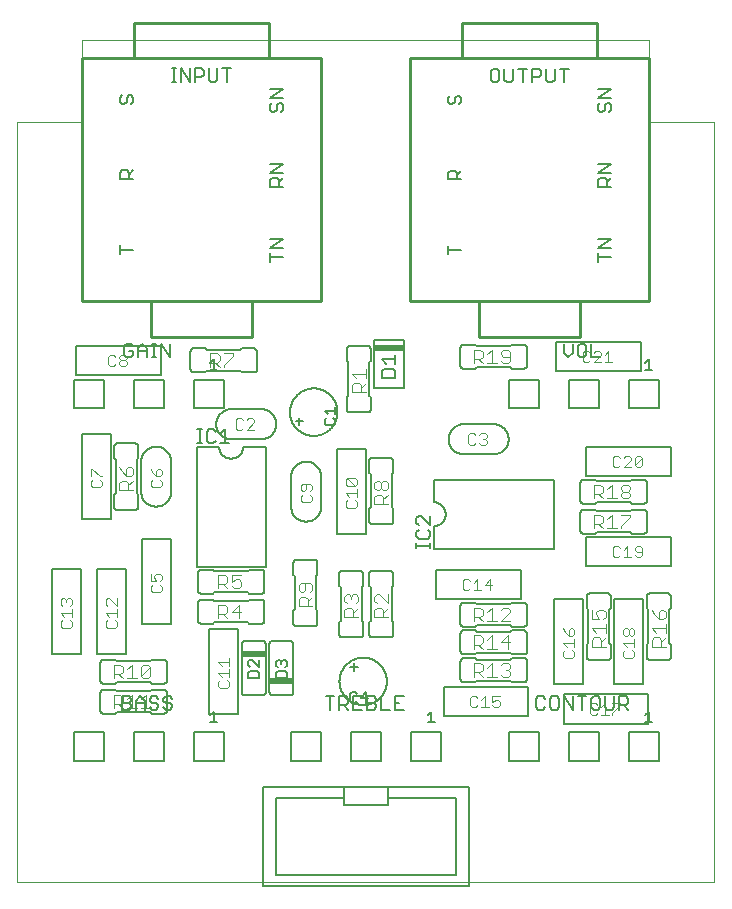
<source format=gto>
G75*
%MOIN*%
%OFA0B0*%
%FSLAX25Y25*%
%IPPOS*%
%LPD*%
%AMOC8*
5,1,8,0,0,1.08239X$1,22.5*
%
%ADD10C,0.01000*%
%ADD11C,0.00600*%
%ADD12R,0.10000X0.02000*%
%ADD13C,0.00500*%
%ADD14C,0.00800*%
%ADD15C,0.00400*%
%ADD16C,0.00300*%
%ADD17C,0.00000*%
%ADD18R,0.08000X0.02000*%
D10*
X0049642Y0188248D02*
X0049642Y0200059D01*
X0083106Y0200059D01*
X0083106Y0188248D01*
X0049642Y0188248D01*
X0049642Y0200059D02*
X0026610Y0200059D01*
X0026610Y0281161D01*
X0043933Y0281161D01*
X0043933Y0292775D01*
X0088815Y0292775D01*
X0088815Y0281161D01*
X0043933Y0281161D01*
X0088815Y0281161D02*
X0106138Y0281161D01*
X0106138Y0200059D01*
X0083106Y0200059D01*
X0135986Y0199996D02*
X0159018Y0199996D01*
X0159018Y0188185D01*
X0192482Y0188185D01*
X0192482Y0199996D01*
X0215514Y0199996D01*
X0215514Y0281098D01*
X0198191Y0281098D01*
X0198191Y0292712D01*
X0153309Y0292712D01*
X0153309Y0281098D01*
X0135986Y0281098D01*
X0135986Y0199996D01*
X0159018Y0199996D02*
X0192482Y0199996D01*
X0198191Y0281098D02*
X0153309Y0281098D01*
D11*
X0162738Y0276820D02*
X0162738Y0273884D01*
X0163472Y0273150D01*
X0164940Y0273150D01*
X0165674Y0273884D01*
X0165674Y0276820D01*
X0164940Y0277554D01*
X0163472Y0277554D01*
X0162738Y0276820D01*
X0167342Y0277554D02*
X0167342Y0273884D01*
X0168076Y0273150D01*
X0169544Y0273150D01*
X0170278Y0273884D01*
X0170278Y0277554D01*
X0171946Y0277554D02*
X0174882Y0277554D01*
X0173414Y0277554D02*
X0173414Y0273150D01*
X0176550Y0273150D02*
X0176550Y0277554D01*
X0178752Y0277554D01*
X0179486Y0276820D01*
X0179486Y0275352D01*
X0178752Y0274618D01*
X0176550Y0274618D01*
X0181154Y0273884D02*
X0181888Y0273150D01*
X0183356Y0273150D01*
X0184090Y0273884D01*
X0184090Y0277554D01*
X0185758Y0277554D02*
X0188694Y0277554D01*
X0187226Y0277554D02*
X0187226Y0273150D01*
X0181154Y0273884D02*
X0181154Y0277554D01*
X0198546Y0270690D02*
X0202950Y0270690D01*
X0198546Y0267754D01*
X0202950Y0267754D01*
X0202216Y0266086D02*
X0202950Y0265352D01*
X0202950Y0263884D01*
X0202216Y0263150D01*
X0200748Y0263884D02*
X0200748Y0265352D01*
X0201482Y0266086D01*
X0202216Y0266086D01*
X0200748Y0263884D02*
X0200014Y0263150D01*
X0199280Y0263150D01*
X0198546Y0263884D01*
X0198546Y0265352D01*
X0199280Y0266086D01*
X0198546Y0245690D02*
X0202950Y0245690D01*
X0198546Y0242754D01*
X0202950Y0242754D01*
X0202950Y0241086D02*
X0201482Y0239618D01*
X0201482Y0240352D02*
X0201482Y0238150D01*
X0202950Y0238150D02*
X0198546Y0238150D01*
X0198546Y0240352D01*
X0199280Y0241086D01*
X0200748Y0241086D01*
X0201482Y0240352D01*
X0202950Y0220690D02*
X0198546Y0220690D01*
X0198546Y0217754D02*
X0202950Y0220690D01*
X0202950Y0217754D02*
X0198546Y0217754D01*
X0198546Y0216086D02*
X0198546Y0213150D01*
X0198546Y0214618D02*
X0202950Y0214618D01*
X0196352Y0185804D02*
X0196352Y0181400D01*
X0199288Y0181400D01*
X0194684Y0182134D02*
X0194684Y0185070D01*
X0193950Y0185804D01*
X0192482Y0185804D01*
X0191748Y0185070D01*
X0191748Y0182134D01*
X0192482Y0181400D01*
X0193950Y0181400D01*
X0194684Y0182134D01*
X0190080Y0182868D02*
X0190080Y0185804D01*
X0190080Y0182868D02*
X0188612Y0181400D01*
X0187144Y0182868D01*
X0187144Y0185804D01*
X0184644Y0186482D02*
X0212856Y0186482D01*
X0212856Y0176718D01*
X0184644Y0176718D01*
X0184644Y0186482D01*
X0174813Y0184600D02*
X0174813Y0178600D01*
X0174811Y0178540D01*
X0174806Y0178479D01*
X0174797Y0178420D01*
X0174784Y0178361D01*
X0174768Y0178302D01*
X0174748Y0178245D01*
X0174725Y0178190D01*
X0174698Y0178135D01*
X0174669Y0178083D01*
X0174636Y0178032D01*
X0174600Y0177983D01*
X0174562Y0177937D01*
X0174520Y0177893D01*
X0174476Y0177851D01*
X0174430Y0177813D01*
X0174381Y0177777D01*
X0174330Y0177744D01*
X0174278Y0177715D01*
X0174223Y0177688D01*
X0174168Y0177665D01*
X0174111Y0177645D01*
X0174052Y0177629D01*
X0173993Y0177616D01*
X0173934Y0177607D01*
X0173873Y0177602D01*
X0173813Y0177600D01*
X0169813Y0177600D01*
X0169313Y0178100D01*
X0158187Y0178100D01*
X0157687Y0177600D01*
X0153687Y0177600D01*
X0153627Y0177602D01*
X0153566Y0177607D01*
X0153507Y0177616D01*
X0153448Y0177629D01*
X0153389Y0177645D01*
X0153332Y0177665D01*
X0153277Y0177688D01*
X0153222Y0177715D01*
X0153170Y0177744D01*
X0153119Y0177777D01*
X0153070Y0177813D01*
X0153024Y0177851D01*
X0152980Y0177893D01*
X0152938Y0177937D01*
X0152900Y0177983D01*
X0152864Y0178032D01*
X0152831Y0178083D01*
X0152802Y0178135D01*
X0152775Y0178190D01*
X0152752Y0178245D01*
X0152732Y0178302D01*
X0152716Y0178361D01*
X0152703Y0178420D01*
X0152694Y0178479D01*
X0152689Y0178540D01*
X0152687Y0178600D01*
X0152687Y0184600D01*
X0152689Y0184660D01*
X0152694Y0184721D01*
X0152703Y0184780D01*
X0152716Y0184839D01*
X0152732Y0184898D01*
X0152752Y0184955D01*
X0152775Y0185010D01*
X0152802Y0185065D01*
X0152831Y0185117D01*
X0152864Y0185168D01*
X0152900Y0185217D01*
X0152938Y0185263D01*
X0152980Y0185307D01*
X0153024Y0185349D01*
X0153070Y0185387D01*
X0153119Y0185423D01*
X0153170Y0185456D01*
X0153222Y0185485D01*
X0153277Y0185512D01*
X0153332Y0185535D01*
X0153389Y0185555D01*
X0153448Y0185571D01*
X0153507Y0185584D01*
X0153566Y0185593D01*
X0153627Y0185598D01*
X0153687Y0185600D01*
X0157687Y0185600D01*
X0158187Y0185100D01*
X0169313Y0185100D01*
X0169813Y0185600D01*
X0173813Y0185600D01*
X0173873Y0185598D01*
X0173934Y0185593D01*
X0173993Y0185584D01*
X0174052Y0185571D01*
X0174111Y0185555D01*
X0174168Y0185535D01*
X0174223Y0185512D01*
X0174278Y0185485D01*
X0174330Y0185456D01*
X0174381Y0185423D01*
X0174430Y0185387D01*
X0174476Y0185349D01*
X0174520Y0185307D01*
X0174562Y0185263D01*
X0174600Y0185217D01*
X0174636Y0185168D01*
X0174669Y0185117D01*
X0174698Y0185065D01*
X0174725Y0185010D01*
X0174748Y0184955D01*
X0174768Y0184898D01*
X0174784Y0184839D01*
X0174797Y0184780D01*
X0174806Y0184721D01*
X0174811Y0184660D01*
X0174813Y0184600D01*
X0163750Y0159100D02*
X0156250Y0159100D01*
X0153750Y0159100D01*
X0148750Y0154100D02*
X0148752Y0153960D01*
X0148758Y0153820D01*
X0148768Y0153680D01*
X0148781Y0153540D01*
X0148799Y0153401D01*
X0148821Y0153262D01*
X0148846Y0153125D01*
X0148875Y0152987D01*
X0148908Y0152851D01*
X0148945Y0152716D01*
X0148986Y0152582D01*
X0149031Y0152449D01*
X0149079Y0152317D01*
X0149131Y0152187D01*
X0149186Y0152058D01*
X0149245Y0151931D01*
X0149308Y0151805D01*
X0149374Y0151681D01*
X0149443Y0151560D01*
X0149516Y0151440D01*
X0149593Y0151322D01*
X0149672Y0151207D01*
X0149755Y0151093D01*
X0149841Y0150983D01*
X0149930Y0150874D01*
X0150022Y0150768D01*
X0150117Y0150665D01*
X0150214Y0150564D01*
X0150315Y0150467D01*
X0150418Y0150372D01*
X0150524Y0150280D01*
X0150633Y0150191D01*
X0150743Y0150105D01*
X0150857Y0150022D01*
X0150972Y0149943D01*
X0151090Y0149866D01*
X0151210Y0149793D01*
X0151331Y0149724D01*
X0151455Y0149658D01*
X0151581Y0149595D01*
X0151708Y0149536D01*
X0151837Y0149481D01*
X0151967Y0149429D01*
X0152099Y0149381D01*
X0152232Y0149336D01*
X0152366Y0149295D01*
X0152501Y0149258D01*
X0152637Y0149225D01*
X0152775Y0149196D01*
X0152912Y0149171D01*
X0153051Y0149149D01*
X0153190Y0149131D01*
X0153330Y0149118D01*
X0153470Y0149108D01*
X0153610Y0149102D01*
X0153750Y0149100D01*
X0163750Y0149100D01*
X0168750Y0154100D02*
X0168748Y0154240D01*
X0168742Y0154380D01*
X0168732Y0154520D01*
X0168719Y0154660D01*
X0168701Y0154799D01*
X0168679Y0154938D01*
X0168654Y0155075D01*
X0168625Y0155213D01*
X0168592Y0155349D01*
X0168555Y0155484D01*
X0168514Y0155618D01*
X0168469Y0155751D01*
X0168421Y0155883D01*
X0168369Y0156013D01*
X0168314Y0156142D01*
X0168255Y0156269D01*
X0168192Y0156395D01*
X0168126Y0156519D01*
X0168057Y0156640D01*
X0167984Y0156760D01*
X0167907Y0156878D01*
X0167828Y0156993D01*
X0167745Y0157107D01*
X0167659Y0157217D01*
X0167570Y0157326D01*
X0167478Y0157432D01*
X0167383Y0157535D01*
X0167286Y0157636D01*
X0167185Y0157733D01*
X0167082Y0157828D01*
X0166976Y0157920D01*
X0166867Y0158009D01*
X0166757Y0158095D01*
X0166643Y0158178D01*
X0166528Y0158257D01*
X0166410Y0158334D01*
X0166290Y0158407D01*
X0166169Y0158476D01*
X0166045Y0158542D01*
X0165919Y0158605D01*
X0165792Y0158664D01*
X0165663Y0158719D01*
X0165533Y0158771D01*
X0165401Y0158819D01*
X0165268Y0158864D01*
X0165134Y0158905D01*
X0164999Y0158942D01*
X0164863Y0158975D01*
X0164725Y0159004D01*
X0164588Y0159029D01*
X0164449Y0159051D01*
X0164310Y0159069D01*
X0164170Y0159082D01*
X0164030Y0159092D01*
X0163890Y0159098D01*
X0163750Y0159100D01*
X0168750Y0154100D02*
X0168748Y0153960D01*
X0168742Y0153820D01*
X0168732Y0153680D01*
X0168719Y0153540D01*
X0168701Y0153401D01*
X0168679Y0153262D01*
X0168654Y0153125D01*
X0168625Y0152987D01*
X0168592Y0152851D01*
X0168555Y0152716D01*
X0168514Y0152582D01*
X0168469Y0152449D01*
X0168421Y0152317D01*
X0168369Y0152187D01*
X0168314Y0152058D01*
X0168255Y0151931D01*
X0168192Y0151805D01*
X0168126Y0151681D01*
X0168057Y0151560D01*
X0167984Y0151440D01*
X0167907Y0151322D01*
X0167828Y0151207D01*
X0167745Y0151093D01*
X0167659Y0150983D01*
X0167570Y0150874D01*
X0167478Y0150768D01*
X0167383Y0150665D01*
X0167286Y0150564D01*
X0167185Y0150467D01*
X0167082Y0150372D01*
X0166976Y0150280D01*
X0166867Y0150191D01*
X0166757Y0150105D01*
X0166643Y0150022D01*
X0166528Y0149943D01*
X0166410Y0149866D01*
X0166290Y0149793D01*
X0166169Y0149724D01*
X0166045Y0149658D01*
X0165919Y0149595D01*
X0165792Y0149536D01*
X0165663Y0149481D01*
X0165533Y0149429D01*
X0165401Y0149381D01*
X0165268Y0149336D01*
X0165134Y0149295D01*
X0164999Y0149258D01*
X0164863Y0149225D01*
X0164725Y0149196D01*
X0164588Y0149171D01*
X0164449Y0149149D01*
X0164310Y0149131D01*
X0164170Y0149118D01*
X0164030Y0149108D01*
X0163890Y0149102D01*
X0163750Y0149100D01*
X0153750Y0159100D02*
X0153610Y0159098D01*
X0153470Y0159092D01*
X0153330Y0159082D01*
X0153190Y0159069D01*
X0153051Y0159051D01*
X0152912Y0159029D01*
X0152775Y0159004D01*
X0152637Y0158975D01*
X0152501Y0158942D01*
X0152366Y0158905D01*
X0152232Y0158864D01*
X0152099Y0158819D01*
X0151967Y0158771D01*
X0151837Y0158719D01*
X0151708Y0158664D01*
X0151581Y0158605D01*
X0151455Y0158542D01*
X0151331Y0158476D01*
X0151210Y0158407D01*
X0151090Y0158334D01*
X0150972Y0158257D01*
X0150857Y0158178D01*
X0150743Y0158095D01*
X0150633Y0158009D01*
X0150524Y0157920D01*
X0150418Y0157828D01*
X0150315Y0157733D01*
X0150214Y0157636D01*
X0150117Y0157535D01*
X0150022Y0157432D01*
X0149930Y0157326D01*
X0149841Y0157217D01*
X0149755Y0157107D01*
X0149672Y0156993D01*
X0149593Y0156878D01*
X0149516Y0156760D01*
X0149443Y0156640D01*
X0149374Y0156519D01*
X0149308Y0156395D01*
X0149245Y0156269D01*
X0149186Y0156142D01*
X0149131Y0156013D01*
X0149079Y0155883D01*
X0149031Y0155751D01*
X0148986Y0155618D01*
X0148945Y0155484D01*
X0148908Y0155349D01*
X0148875Y0155213D01*
X0148846Y0155075D01*
X0148821Y0154938D01*
X0148799Y0154799D01*
X0148781Y0154660D01*
X0148768Y0154520D01*
X0148758Y0154380D01*
X0148752Y0154240D01*
X0148750Y0154100D01*
X0143750Y0140600D02*
X0143750Y0133100D01*
X0143876Y0133098D01*
X0144001Y0133092D01*
X0144126Y0133082D01*
X0144251Y0133068D01*
X0144376Y0133051D01*
X0144500Y0133029D01*
X0144623Y0133004D01*
X0144745Y0132974D01*
X0144866Y0132941D01*
X0144986Y0132904D01*
X0145105Y0132864D01*
X0145222Y0132819D01*
X0145339Y0132771D01*
X0145453Y0132719D01*
X0145566Y0132664D01*
X0145677Y0132605D01*
X0145786Y0132543D01*
X0145893Y0132477D01*
X0145998Y0132408D01*
X0146101Y0132336D01*
X0146202Y0132261D01*
X0146300Y0132182D01*
X0146395Y0132100D01*
X0146488Y0132016D01*
X0146578Y0131928D01*
X0146666Y0131838D01*
X0146750Y0131745D01*
X0146832Y0131650D01*
X0146911Y0131552D01*
X0146986Y0131451D01*
X0147058Y0131348D01*
X0147127Y0131243D01*
X0147193Y0131136D01*
X0147255Y0131027D01*
X0147314Y0130916D01*
X0147369Y0130803D01*
X0147421Y0130689D01*
X0147469Y0130572D01*
X0147514Y0130455D01*
X0147554Y0130336D01*
X0147591Y0130216D01*
X0147624Y0130095D01*
X0147654Y0129973D01*
X0147679Y0129850D01*
X0147701Y0129726D01*
X0147718Y0129601D01*
X0147732Y0129476D01*
X0147742Y0129351D01*
X0147748Y0129226D01*
X0147750Y0129100D01*
X0147748Y0128974D01*
X0147742Y0128849D01*
X0147732Y0128724D01*
X0147718Y0128599D01*
X0147701Y0128474D01*
X0147679Y0128350D01*
X0147654Y0128227D01*
X0147624Y0128105D01*
X0147591Y0127984D01*
X0147554Y0127864D01*
X0147514Y0127745D01*
X0147469Y0127628D01*
X0147421Y0127511D01*
X0147369Y0127397D01*
X0147314Y0127284D01*
X0147255Y0127173D01*
X0147193Y0127064D01*
X0147127Y0126957D01*
X0147058Y0126852D01*
X0146986Y0126749D01*
X0146911Y0126648D01*
X0146832Y0126550D01*
X0146750Y0126455D01*
X0146666Y0126362D01*
X0146578Y0126272D01*
X0146488Y0126184D01*
X0146395Y0126100D01*
X0146300Y0126018D01*
X0146202Y0125939D01*
X0146101Y0125864D01*
X0145998Y0125792D01*
X0145893Y0125723D01*
X0145786Y0125657D01*
X0145677Y0125595D01*
X0145566Y0125536D01*
X0145453Y0125481D01*
X0145339Y0125429D01*
X0145222Y0125381D01*
X0145105Y0125336D01*
X0144986Y0125296D01*
X0144866Y0125259D01*
X0144745Y0125226D01*
X0144623Y0125196D01*
X0144500Y0125171D01*
X0144376Y0125149D01*
X0144251Y0125132D01*
X0144126Y0125118D01*
X0144001Y0125108D01*
X0143876Y0125102D01*
X0143750Y0125100D01*
X0143750Y0117600D01*
X0183750Y0117600D01*
X0183750Y0140600D01*
X0143750Y0140600D01*
X0130250Y0142913D02*
X0130250Y0146913D01*
X0130248Y0146973D01*
X0130243Y0147034D01*
X0130234Y0147093D01*
X0130221Y0147152D01*
X0130205Y0147211D01*
X0130185Y0147268D01*
X0130162Y0147323D01*
X0130135Y0147378D01*
X0130106Y0147430D01*
X0130073Y0147481D01*
X0130037Y0147530D01*
X0129999Y0147576D01*
X0129957Y0147620D01*
X0129913Y0147662D01*
X0129867Y0147700D01*
X0129818Y0147736D01*
X0129767Y0147769D01*
X0129715Y0147798D01*
X0129660Y0147825D01*
X0129605Y0147848D01*
X0129548Y0147868D01*
X0129489Y0147884D01*
X0129430Y0147897D01*
X0129371Y0147906D01*
X0129310Y0147911D01*
X0129250Y0147913D01*
X0123250Y0147913D01*
X0123190Y0147911D01*
X0123129Y0147906D01*
X0123070Y0147897D01*
X0123011Y0147884D01*
X0122952Y0147868D01*
X0122895Y0147848D01*
X0122840Y0147825D01*
X0122785Y0147798D01*
X0122733Y0147769D01*
X0122682Y0147736D01*
X0122633Y0147700D01*
X0122587Y0147662D01*
X0122543Y0147620D01*
X0122501Y0147576D01*
X0122463Y0147530D01*
X0122427Y0147481D01*
X0122394Y0147430D01*
X0122365Y0147378D01*
X0122338Y0147323D01*
X0122315Y0147268D01*
X0122295Y0147211D01*
X0122279Y0147152D01*
X0122266Y0147093D01*
X0122257Y0147034D01*
X0122252Y0146973D01*
X0122250Y0146913D01*
X0122250Y0142913D01*
X0122750Y0142413D01*
X0122750Y0131287D01*
X0122250Y0130787D01*
X0122250Y0126787D01*
X0122252Y0126727D01*
X0122257Y0126666D01*
X0122266Y0126607D01*
X0122279Y0126548D01*
X0122295Y0126489D01*
X0122315Y0126432D01*
X0122338Y0126377D01*
X0122365Y0126322D01*
X0122394Y0126270D01*
X0122427Y0126219D01*
X0122463Y0126170D01*
X0122501Y0126124D01*
X0122543Y0126080D01*
X0122587Y0126038D01*
X0122633Y0126000D01*
X0122682Y0125964D01*
X0122733Y0125931D01*
X0122785Y0125902D01*
X0122840Y0125875D01*
X0122895Y0125852D01*
X0122952Y0125832D01*
X0123011Y0125816D01*
X0123070Y0125803D01*
X0123129Y0125794D01*
X0123190Y0125789D01*
X0123250Y0125787D01*
X0129250Y0125787D01*
X0129310Y0125789D01*
X0129371Y0125794D01*
X0129430Y0125803D01*
X0129489Y0125816D01*
X0129548Y0125832D01*
X0129605Y0125852D01*
X0129660Y0125875D01*
X0129715Y0125902D01*
X0129767Y0125931D01*
X0129818Y0125964D01*
X0129867Y0126000D01*
X0129913Y0126038D01*
X0129957Y0126080D01*
X0129999Y0126124D01*
X0130037Y0126170D01*
X0130073Y0126219D01*
X0130106Y0126270D01*
X0130135Y0126322D01*
X0130162Y0126377D01*
X0130185Y0126432D01*
X0130205Y0126489D01*
X0130221Y0126548D01*
X0130234Y0126607D01*
X0130243Y0126666D01*
X0130248Y0126727D01*
X0130250Y0126787D01*
X0130250Y0130787D01*
X0129750Y0131287D01*
X0129750Y0142413D01*
X0130250Y0142913D01*
X0121132Y0150706D02*
X0121132Y0122494D01*
X0111368Y0122494D01*
X0111368Y0150706D01*
X0121132Y0150706D01*
X0121750Y0163037D02*
X0115750Y0163037D01*
X0115690Y0163039D01*
X0115629Y0163044D01*
X0115570Y0163053D01*
X0115511Y0163066D01*
X0115452Y0163082D01*
X0115395Y0163102D01*
X0115340Y0163125D01*
X0115285Y0163152D01*
X0115233Y0163181D01*
X0115182Y0163214D01*
X0115133Y0163250D01*
X0115087Y0163288D01*
X0115043Y0163330D01*
X0115001Y0163374D01*
X0114963Y0163420D01*
X0114927Y0163469D01*
X0114894Y0163520D01*
X0114865Y0163572D01*
X0114838Y0163627D01*
X0114815Y0163682D01*
X0114795Y0163739D01*
X0114779Y0163798D01*
X0114766Y0163857D01*
X0114757Y0163916D01*
X0114752Y0163977D01*
X0114750Y0164037D01*
X0114750Y0168037D01*
X0115250Y0168537D01*
X0115250Y0179663D01*
X0114750Y0180163D01*
X0114750Y0184163D01*
X0114752Y0184223D01*
X0114757Y0184284D01*
X0114766Y0184343D01*
X0114779Y0184402D01*
X0114795Y0184461D01*
X0114815Y0184518D01*
X0114838Y0184573D01*
X0114865Y0184628D01*
X0114894Y0184680D01*
X0114927Y0184731D01*
X0114963Y0184780D01*
X0115001Y0184826D01*
X0115043Y0184870D01*
X0115087Y0184912D01*
X0115133Y0184950D01*
X0115182Y0184986D01*
X0115233Y0185019D01*
X0115285Y0185048D01*
X0115340Y0185075D01*
X0115395Y0185098D01*
X0115452Y0185118D01*
X0115511Y0185134D01*
X0115570Y0185147D01*
X0115629Y0185156D01*
X0115690Y0185161D01*
X0115750Y0185163D01*
X0121750Y0185163D01*
X0121810Y0185161D01*
X0121871Y0185156D01*
X0121930Y0185147D01*
X0121989Y0185134D01*
X0122048Y0185118D01*
X0122105Y0185098D01*
X0122160Y0185075D01*
X0122215Y0185048D01*
X0122267Y0185019D01*
X0122318Y0184986D01*
X0122367Y0184950D01*
X0122413Y0184912D01*
X0122457Y0184870D01*
X0122499Y0184826D01*
X0122537Y0184780D01*
X0122573Y0184731D01*
X0122606Y0184680D01*
X0122635Y0184628D01*
X0122662Y0184573D01*
X0122685Y0184518D01*
X0122705Y0184461D01*
X0122721Y0184402D01*
X0122734Y0184343D01*
X0122743Y0184284D01*
X0122748Y0184223D01*
X0122750Y0184163D01*
X0122750Y0180163D01*
X0122250Y0179663D01*
X0122250Y0168537D01*
X0122750Y0168037D01*
X0122750Y0164037D01*
X0122748Y0163977D01*
X0122743Y0163916D01*
X0122734Y0163857D01*
X0122721Y0163798D01*
X0122705Y0163739D01*
X0122685Y0163682D01*
X0122662Y0163627D01*
X0122635Y0163572D01*
X0122606Y0163520D01*
X0122573Y0163469D01*
X0122537Y0163420D01*
X0122499Y0163374D01*
X0122457Y0163330D01*
X0122413Y0163288D01*
X0122367Y0163250D01*
X0122318Y0163214D01*
X0122267Y0163181D01*
X0122215Y0163152D01*
X0122160Y0163125D01*
X0122105Y0163102D01*
X0122048Y0163082D01*
X0121989Y0163066D01*
X0121930Y0163053D01*
X0121871Y0163044D01*
X0121810Y0163039D01*
X0121750Y0163037D01*
X0123750Y0171100D02*
X0133750Y0171100D01*
X0133750Y0187100D01*
X0123750Y0187100D01*
X0123750Y0171100D01*
X0126546Y0174596D02*
X0126546Y0176798D01*
X0127280Y0177532D01*
X0130216Y0177532D01*
X0130950Y0176798D01*
X0130950Y0174596D01*
X0126546Y0174596D01*
X0128014Y0179200D02*
X0126546Y0180668D01*
X0130950Y0180668D01*
X0130950Y0179200D02*
X0130950Y0182136D01*
X0095844Y0163100D02*
X0095846Y0163294D01*
X0095854Y0163488D01*
X0095865Y0163682D01*
X0095882Y0163875D01*
X0095903Y0164068D01*
X0095930Y0164260D01*
X0095960Y0164452D01*
X0095996Y0164642D01*
X0096036Y0164832D01*
X0096081Y0165021D01*
X0096130Y0165209D01*
X0096184Y0165395D01*
X0096243Y0165580D01*
X0096306Y0165763D01*
X0096374Y0165945D01*
X0096446Y0166125D01*
X0096522Y0166304D01*
X0096603Y0166480D01*
X0096688Y0166655D01*
X0096778Y0166827D01*
X0096871Y0166997D01*
X0096969Y0167164D01*
X0097071Y0167330D01*
X0097176Y0167492D01*
X0097286Y0167652D01*
X0097400Y0167810D01*
X0097517Y0167964D01*
X0097639Y0168116D01*
X0097764Y0168264D01*
X0097892Y0168409D01*
X0098024Y0168552D01*
X0098160Y0168690D01*
X0098298Y0168826D01*
X0098441Y0168958D01*
X0098586Y0169086D01*
X0098734Y0169211D01*
X0098886Y0169333D01*
X0099040Y0169450D01*
X0099198Y0169564D01*
X0099358Y0169674D01*
X0099520Y0169779D01*
X0099686Y0169881D01*
X0099853Y0169979D01*
X0100023Y0170072D01*
X0100195Y0170162D01*
X0100370Y0170247D01*
X0100546Y0170328D01*
X0100725Y0170404D01*
X0100905Y0170476D01*
X0101087Y0170544D01*
X0101270Y0170607D01*
X0101455Y0170666D01*
X0101641Y0170720D01*
X0101829Y0170769D01*
X0102018Y0170814D01*
X0102208Y0170854D01*
X0102398Y0170890D01*
X0102590Y0170920D01*
X0102782Y0170947D01*
X0102975Y0170968D01*
X0103168Y0170985D01*
X0103362Y0170996D01*
X0103556Y0171004D01*
X0103750Y0171006D01*
X0103944Y0171004D01*
X0104138Y0170996D01*
X0104332Y0170985D01*
X0104525Y0170968D01*
X0104718Y0170947D01*
X0104910Y0170920D01*
X0105102Y0170890D01*
X0105292Y0170854D01*
X0105482Y0170814D01*
X0105671Y0170769D01*
X0105859Y0170720D01*
X0106045Y0170666D01*
X0106230Y0170607D01*
X0106413Y0170544D01*
X0106595Y0170476D01*
X0106775Y0170404D01*
X0106954Y0170328D01*
X0107130Y0170247D01*
X0107305Y0170162D01*
X0107477Y0170072D01*
X0107647Y0169979D01*
X0107814Y0169881D01*
X0107980Y0169779D01*
X0108142Y0169674D01*
X0108302Y0169564D01*
X0108460Y0169450D01*
X0108614Y0169333D01*
X0108766Y0169211D01*
X0108914Y0169086D01*
X0109059Y0168958D01*
X0109202Y0168826D01*
X0109340Y0168690D01*
X0109476Y0168552D01*
X0109608Y0168409D01*
X0109736Y0168264D01*
X0109861Y0168116D01*
X0109983Y0167964D01*
X0110100Y0167810D01*
X0110214Y0167652D01*
X0110324Y0167492D01*
X0110429Y0167330D01*
X0110531Y0167164D01*
X0110629Y0166997D01*
X0110722Y0166827D01*
X0110812Y0166655D01*
X0110897Y0166480D01*
X0110978Y0166304D01*
X0111054Y0166125D01*
X0111126Y0165945D01*
X0111194Y0165763D01*
X0111257Y0165580D01*
X0111316Y0165395D01*
X0111370Y0165209D01*
X0111419Y0165021D01*
X0111464Y0164832D01*
X0111504Y0164642D01*
X0111540Y0164452D01*
X0111570Y0164260D01*
X0111597Y0164068D01*
X0111618Y0163875D01*
X0111635Y0163682D01*
X0111646Y0163488D01*
X0111654Y0163294D01*
X0111656Y0163100D01*
X0111654Y0162906D01*
X0111646Y0162712D01*
X0111635Y0162518D01*
X0111618Y0162325D01*
X0111597Y0162132D01*
X0111570Y0161940D01*
X0111540Y0161748D01*
X0111504Y0161558D01*
X0111464Y0161368D01*
X0111419Y0161179D01*
X0111370Y0160991D01*
X0111316Y0160805D01*
X0111257Y0160620D01*
X0111194Y0160437D01*
X0111126Y0160255D01*
X0111054Y0160075D01*
X0110978Y0159896D01*
X0110897Y0159720D01*
X0110812Y0159545D01*
X0110722Y0159373D01*
X0110629Y0159203D01*
X0110531Y0159036D01*
X0110429Y0158870D01*
X0110324Y0158708D01*
X0110214Y0158548D01*
X0110100Y0158390D01*
X0109983Y0158236D01*
X0109861Y0158084D01*
X0109736Y0157936D01*
X0109608Y0157791D01*
X0109476Y0157648D01*
X0109340Y0157510D01*
X0109202Y0157374D01*
X0109059Y0157242D01*
X0108914Y0157114D01*
X0108766Y0156989D01*
X0108614Y0156867D01*
X0108460Y0156750D01*
X0108302Y0156636D01*
X0108142Y0156526D01*
X0107980Y0156421D01*
X0107814Y0156319D01*
X0107647Y0156221D01*
X0107477Y0156128D01*
X0107305Y0156038D01*
X0107130Y0155953D01*
X0106954Y0155872D01*
X0106775Y0155796D01*
X0106595Y0155724D01*
X0106413Y0155656D01*
X0106230Y0155593D01*
X0106045Y0155534D01*
X0105859Y0155480D01*
X0105671Y0155431D01*
X0105482Y0155386D01*
X0105292Y0155346D01*
X0105102Y0155310D01*
X0104910Y0155280D01*
X0104718Y0155253D01*
X0104525Y0155232D01*
X0104332Y0155215D01*
X0104138Y0155204D01*
X0103944Y0155196D01*
X0103750Y0155194D01*
X0103556Y0155196D01*
X0103362Y0155204D01*
X0103168Y0155215D01*
X0102975Y0155232D01*
X0102782Y0155253D01*
X0102590Y0155280D01*
X0102398Y0155310D01*
X0102208Y0155346D01*
X0102018Y0155386D01*
X0101829Y0155431D01*
X0101641Y0155480D01*
X0101455Y0155534D01*
X0101270Y0155593D01*
X0101087Y0155656D01*
X0100905Y0155724D01*
X0100725Y0155796D01*
X0100546Y0155872D01*
X0100370Y0155953D01*
X0100195Y0156038D01*
X0100023Y0156128D01*
X0099853Y0156221D01*
X0099686Y0156319D01*
X0099520Y0156421D01*
X0099358Y0156526D01*
X0099198Y0156636D01*
X0099040Y0156750D01*
X0098886Y0156867D01*
X0098734Y0156989D01*
X0098586Y0157114D01*
X0098441Y0157242D01*
X0098298Y0157374D01*
X0098160Y0157510D01*
X0098024Y0157648D01*
X0097892Y0157791D01*
X0097764Y0157936D01*
X0097639Y0158084D01*
X0097517Y0158236D01*
X0097400Y0158390D01*
X0097286Y0158548D01*
X0097176Y0158708D01*
X0097071Y0158870D01*
X0096969Y0159036D01*
X0096871Y0159203D01*
X0096778Y0159373D01*
X0096688Y0159545D01*
X0096603Y0159720D01*
X0096522Y0159896D01*
X0096446Y0160075D01*
X0096374Y0160255D01*
X0096306Y0160437D01*
X0096243Y0160620D01*
X0096184Y0160805D01*
X0096130Y0160991D01*
X0096081Y0161179D01*
X0096036Y0161368D01*
X0095996Y0161558D01*
X0095960Y0161748D01*
X0095930Y0161940D01*
X0095903Y0162132D01*
X0095882Y0162325D01*
X0095865Y0162518D01*
X0095854Y0162712D01*
X0095846Y0162906D01*
X0095844Y0163100D01*
X0097692Y0160015D02*
X0100192Y0160015D01*
X0098950Y0161232D02*
X0098978Y0158767D01*
X0087750Y0151600D02*
X0080250Y0151600D01*
X0083750Y0154100D02*
X0086250Y0154100D01*
X0083750Y0154100D02*
X0076250Y0154100D01*
X0072250Y0151600D02*
X0072252Y0151474D01*
X0072258Y0151349D01*
X0072268Y0151224D01*
X0072282Y0151099D01*
X0072299Y0150974D01*
X0072321Y0150850D01*
X0072346Y0150727D01*
X0072376Y0150605D01*
X0072409Y0150484D01*
X0072446Y0150364D01*
X0072486Y0150245D01*
X0072531Y0150128D01*
X0072579Y0150011D01*
X0072631Y0149897D01*
X0072686Y0149784D01*
X0072745Y0149673D01*
X0072807Y0149564D01*
X0072873Y0149457D01*
X0072942Y0149352D01*
X0073014Y0149249D01*
X0073089Y0149148D01*
X0073168Y0149050D01*
X0073250Y0148955D01*
X0073334Y0148862D01*
X0073422Y0148772D01*
X0073512Y0148684D01*
X0073605Y0148600D01*
X0073700Y0148518D01*
X0073798Y0148439D01*
X0073899Y0148364D01*
X0074002Y0148292D01*
X0074107Y0148223D01*
X0074214Y0148157D01*
X0074323Y0148095D01*
X0074434Y0148036D01*
X0074547Y0147981D01*
X0074661Y0147929D01*
X0074778Y0147881D01*
X0074895Y0147836D01*
X0075014Y0147796D01*
X0075134Y0147759D01*
X0075255Y0147726D01*
X0075377Y0147696D01*
X0075500Y0147671D01*
X0075624Y0147649D01*
X0075749Y0147632D01*
X0075874Y0147618D01*
X0075999Y0147608D01*
X0076124Y0147602D01*
X0076250Y0147600D01*
X0076376Y0147602D01*
X0076501Y0147608D01*
X0076626Y0147618D01*
X0076751Y0147632D01*
X0076876Y0147649D01*
X0077000Y0147671D01*
X0077123Y0147696D01*
X0077245Y0147726D01*
X0077366Y0147759D01*
X0077486Y0147796D01*
X0077605Y0147836D01*
X0077722Y0147881D01*
X0077839Y0147929D01*
X0077953Y0147981D01*
X0078066Y0148036D01*
X0078177Y0148095D01*
X0078286Y0148157D01*
X0078393Y0148223D01*
X0078498Y0148292D01*
X0078601Y0148364D01*
X0078702Y0148439D01*
X0078800Y0148518D01*
X0078895Y0148600D01*
X0078988Y0148684D01*
X0079078Y0148772D01*
X0079166Y0148862D01*
X0079250Y0148955D01*
X0079332Y0149050D01*
X0079411Y0149148D01*
X0079486Y0149249D01*
X0079558Y0149352D01*
X0079627Y0149457D01*
X0079693Y0149564D01*
X0079755Y0149673D01*
X0079814Y0149784D01*
X0079869Y0149897D01*
X0079921Y0150011D01*
X0079969Y0150128D01*
X0080014Y0150245D01*
X0080054Y0150364D01*
X0080091Y0150484D01*
X0080124Y0150605D01*
X0080154Y0150727D01*
X0080179Y0150850D01*
X0080201Y0150974D01*
X0080218Y0151099D01*
X0080232Y0151224D01*
X0080242Y0151349D01*
X0080248Y0151474D01*
X0080250Y0151600D01*
X0087750Y0151600D02*
X0087750Y0111600D01*
X0064750Y0111600D01*
X0064750Y0151600D01*
X0072250Y0151600D01*
X0076250Y0154100D02*
X0076110Y0154102D01*
X0075970Y0154108D01*
X0075830Y0154118D01*
X0075690Y0154131D01*
X0075551Y0154149D01*
X0075412Y0154171D01*
X0075275Y0154196D01*
X0075137Y0154225D01*
X0075001Y0154258D01*
X0074866Y0154295D01*
X0074732Y0154336D01*
X0074599Y0154381D01*
X0074467Y0154429D01*
X0074337Y0154481D01*
X0074208Y0154536D01*
X0074081Y0154595D01*
X0073955Y0154658D01*
X0073831Y0154724D01*
X0073710Y0154793D01*
X0073590Y0154866D01*
X0073472Y0154943D01*
X0073357Y0155022D01*
X0073243Y0155105D01*
X0073133Y0155191D01*
X0073024Y0155280D01*
X0072918Y0155372D01*
X0072815Y0155467D01*
X0072714Y0155564D01*
X0072617Y0155665D01*
X0072522Y0155768D01*
X0072430Y0155874D01*
X0072341Y0155983D01*
X0072255Y0156093D01*
X0072172Y0156207D01*
X0072093Y0156322D01*
X0072016Y0156440D01*
X0071943Y0156560D01*
X0071874Y0156681D01*
X0071808Y0156805D01*
X0071745Y0156931D01*
X0071686Y0157058D01*
X0071631Y0157187D01*
X0071579Y0157317D01*
X0071531Y0157449D01*
X0071486Y0157582D01*
X0071445Y0157716D01*
X0071408Y0157851D01*
X0071375Y0157987D01*
X0071346Y0158125D01*
X0071321Y0158262D01*
X0071299Y0158401D01*
X0071281Y0158540D01*
X0071268Y0158680D01*
X0071258Y0158820D01*
X0071252Y0158960D01*
X0071250Y0159100D01*
X0071252Y0159240D01*
X0071258Y0159380D01*
X0071268Y0159520D01*
X0071281Y0159660D01*
X0071299Y0159799D01*
X0071321Y0159938D01*
X0071346Y0160075D01*
X0071375Y0160213D01*
X0071408Y0160349D01*
X0071445Y0160484D01*
X0071486Y0160618D01*
X0071531Y0160751D01*
X0071579Y0160883D01*
X0071631Y0161013D01*
X0071686Y0161142D01*
X0071745Y0161269D01*
X0071808Y0161395D01*
X0071874Y0161519D01*
X0071943Y0161640D01*
X0072016Y0161760D01*
X0072093Y0161878D01*
X0072172Y0161993D01*
X0072255Y0162107D01*
X0072341Y0162217D01*
X0072430Y0162326D01*
X0072522Y0162432D01*
X0072617Y0162535D01*
X0072714Y0162636D01*
X0072815Y0162733D01*
X0072918Y0162828D01*
X0073024Y0162920D01*
X0073133Y0163009D01*
X0073243Y0163095D01*
X0073357Y0163178D01*
X0073472Y0163257D01*
X0073590Y0163334D01*
X0073710Y0163407D01*
X0073831Y0163476D01*
X0073955Y0163542D01*
X0074081Y0163605D01*
X0074208Y0163664D01*
X0074337Y0163719D01*
X0074467Y0163771D01*
X0074599Y0163819D01*
X0074732Y0163864D01*
X0074866Y0163905D01*
X0075001Y0163942D01*
X0075137Y0163975D01*
X0075275Y0164004D01*
X0075412Y0164029D01*
X0075551Y0164051D01*
X0075690Y0164069D01*
X0075830Y0164082D01*
X0075970Y0164092D01*
X0076110Y0164098D01*
X0076250Y0164100D01*
X0086250Y0164100D01*
X0086390Y0164098D01*
X0086530Y0164092D01*
X0086670Y0164082D01*
X0086810Y0164069D01*
X0086949Y0164051D01*
X0087088Y0164029D01*
X0087225Y0164004D01*
X0087363Y0163975D01*
X0087499Y0163942D01*
X0087634Y0163905D01*
X0087768Y0163864D01*
X0087901Y0163819D01*
X0088033Y0163771D01*
X0088163Y0163719D01*
X0088292Y0163664D01*
X0088419Y0163605D01*
X0088545Y0163542D01*
X0088669Y0163476D01*
X0088790Y0163407D01*
X0088910Y0163334D01*
X0089028Y0163257D01*
X0089143Y0163178D01*
X0089257Y0163095D01*
X0089367Y0163009D01*
X0089476Y0162920D01*
X0089582Y0162828D01*
X0089685Y0162733D01*
X0089786Y0162636D01*
X0089883Y0162535D01*
X0089978Y0162432D01*
X0090070Y0162326D01*
X0090159Y0162217D01*
X0090245Y0162107D01*
X0090328Y0161993D01*
X0090407Y0161878D01*
X0090484Y0161760D01*
X0090557Y0161640D01*
X0090626Y0161519D01*
X0090692Y0161395D01*
X0090755Y0161269D01*
X0090814Y0161142D01*
X0090869Y0161013D01*
X0090921Y0160883D01*
X0090969Y0160751D01*
X0091014Y0160618D01*
X0091055Y0160484D01*
X0091092Y0160349D01*
X0091125Y0160213D01*
X0091154Y0160075D01*
X0091179Y0159938D01*
X0091201Y0159799D01*
X0091219Y0159660D01*
X0091232Y0159520D01*
X0091242Y0159380D01*
X0091248Y0159240D01*
X0091250Y0159100D01*
X0091248Y0158960D01*
X0091242Y0158820D01*
X0091232Y0158680D01*
X0091219Y0158540D01*
X0091201Y0158401D01*
X0091179Y0158262D01*
X0091154Y0158125D01*
X0091125Y0157987D01*
X0091092Y0157851D01*
X0091055Y0157716D01*
X0091014Y0157582D01*
X0090969Y0157449D01*
X0090921Y0157317D01*
X0090869Y0157187D01*
X0090814Y0157058D01*
X0090755Y0156931D01*
X0090692Y0156805D01*
X0090626Y0156681D01*
X0090557Y0156560D01*
X0090484Y0156440D01*
X0090407Y0156322D01*
X0090328Y0156207D01*
X0090245Y0156093D01*
X0090159Y0155983D01*
X0090070Y0155874D01*
X0089978Y0155768D01*
X0089883Y0155665D01*
X0089786Y0155564D01*
X0089685Y0155467D01*
X0089582Y0155372D01*
X0089476Y0155280D01*
X0089367Y0155191D01*
X0089257Y0155105D01*
X0089143Y0155022D01*
X0089028Y0154943D01*
X0088910Y0154866D01*
X0088790Y0154793D01*
X0088669Y0154724D01*
X0088545Y0154658D01*
X0088419Y0154595D01*
X0088292Y0154536D01*
X0088163Y0154481D01*
X0088033Y0154429D01*
X0087901Y0154381D01*
X0087768Y0154336D01*
X0087634Y0154295D01*
X0087499Y0154258D01*
X0087363Y0154225D01*
X0087225Y0154196D01*
X0087088Y0154171D01*
X0086949Y0154149D01*
X0086810Y0154131D01*
X0086670Y0154118D01*
X0086530Y0154108D01*
X0086390Y0154102D01*
X0086250Y0154100D01*
X0096250Y0141600D02*
X0096250Y0134100D01*
X0096250Y0131600D01*
X0101250Y0126600D02*
X0101390Y0126602D01*
X0101530Y0126608D01*
X0101670Y0126618D01*
X0101810Y0126631D01*
X0101949Y0126649D01*
X0102088Y0126671D01*
X0102225Y0126696D01*
X0102363Y0126725D01*
X0102499Y0126758D01*
X0102634Y0126795D01*
X0102768Y0126836D01*
X0102901Y0126881D01*
X0103033Y0126929D01*
X0103163Y0126981D01*
X0103292Y0127036D01*
X0103419Y0127095D01*
X0103545Y0127158D01*
X0103669Y0127224D01*
X0103790Y0127293D01*
X0103910Y0127366D01*
X0104028Y0127443D01*
X0104143Y0127522D01*
X0104257Y0127605D01*
X0104367Y0127691D01*
X0104476Y0127780D01*
X0104582Y0127872D01*
X0104685Y0127967D01*
X0104786Y0128064D01*
X0104883Y0128165D01*
X0104978Y0128268D01*
X0105070Y0128374D01*
X0105159Y0128483D01*
X0105245Y0128593D01*
X0105328Y0128707D01*
X0105407Y0128822D01*
X0105484Y0128940D01*
X0105557Y0129060D01*
X0105626Y0129181D01*
X0105692Y0129305D01*
X0105755Y0129431D01*
X0105814Y0129558D01*
X0105869Y0129687D01*
X0105921Y0129817D01*
X0105969Y0129949D01*
X0106014Y0130082D01*
X0106055Y0130216D01*
X0106092Y0130351D01*
X0106125Y0130487D01*
X0106154Y0130625D01*
X0106179Y0130762D01*
X0106201Y0130901D01*
X0106219Y0131040D01*
X0106232Y0131180D01*
X0106242Y0131320D01*
X0106248Y0131460D01*
X0106250Y0131600D01*
X0106250Y0141600D01*
X0101250Y0146600D02*
X0101110Y0146598D01*
X0100970Y0146592D01*
X0100830Y0146582D01*
X0100690Y0146569D01*
X0100551Y0146551D01*
X0100412Y0146529D01*
X0100275Y0146504D01*
X0100137Y0146475D01*
X0100001Y0146442D01*
X0099866Y0146405D01*
X0099732Y0146364D01*
X0099599Y0146319D01*
X0099467Y0146271D01*
X0099337Y0146219D01*
X0099208Y0146164D01*
X0099081Y0146105D01*
X0098955Y0146042D01*
X0098831Y0145976D01*
X0098710Y0145907D01*
X0098590Y0145834D01*
X0098472Y0145757D01*
X0098357Y0145678D01*
X0098243Y0145595D01*
X0098133Y0145509D01*
X0098024Y0145420D01*
X0097918Y0145328D01*
X0097815Y0145233D01*
X0097714Y0145136D01*
X0097617Y0145035D01*
X0097522Y0144932D01*
X0097430Y0144826D01*
X0097341Y0144717D01*
X0097255Y0144607D01*
X0097172Y0144493D01*
X0097093Y0144378D01*
X0097016Y0144260D01*
X0096943Y0144140D01*
X0096874Y0144019D01*
X0096808Y0143895D01*
X0096745Y0143769D01*
X0096686Y0143642D01*
X0096631Y0143513D01*
X0096579Y0143383D01*
X0096531Y0143251D01*
X0096486Y0143118D01*
X0096445Y0142984D01*
X0096408Y0142849D01*
X0096375Y0142713D01*
X0096346Y0142575D01*
X0096321Y0142438D01*
X0096299Y0142299D01*
X0096281Y0142160D01*
X0096268Y0142020D01*
X0096258Y0141880D01*
X0096252Y0141740D01*
X0096250Y0141600D01*
X0101250Y0146600D02*
X0101390Y0146598D01*
X0101530Y0146592D01*
X0101670Y0146582D01*
X0101810Y0146569D01*
X0101949Y0146551D01*
X0102088Y0146529D01*
X0102225Y0146504D01*
X0102363Y0146475D01*
X0102499Y0146442D01*
X0102634Y0146405D01*
X0102768Y0146364D01*
X0102901Y0146319D01*
X0103033Y0146271D01*
X0103163Y0146219D01*
X0103292Y0146164D01*
X0103419Y0146105D01*
X0103545Y0146042D01*
X0103669Y0145976D01*
X0103790Y0145907D01*
X0103910Y0145834D01*
X0104028Y0145757D01*
X0104143Y0145678D01*
X0104257Y0145595D01*
X0104367Y0145509D01*
X0104476Y0145420D01*
X0104582Y0145328D01*
X0104685Y0145233D01*
X0104786Y0145136D01*
X0104883Y0145035D01*
X0104978Y0144932D01*
X0105070Y0144826D01*
X0105159Y0144717D01*
X0105245Y0144607D01*
X0105328Y0144493D01*
X0105407Y0144378D01*
X0105484Y0144260D01*
X0105557Y0144140D01*
X0105626Y0144019D01*
X0105692Y0143895D01*
X0105755Y0143769D01*
X0105814Y0143642D01*
X0105869Y0143513D01*
X0105921Y0143383D01*
X0105969Y0143251D01*
X0106014Y0143118D01*
X0106055Y0142984D01*
X0106092Y0142849D01*
X0106125Y0142713D01*
X0106154Y0142575D01*
X0106179Y0142438D01*
X0106201Y0142299D01*
X0106219Y0142160D01*
X0106232Y0142020D01*
X0106242Y0141880D01*
X0106248Y0141740D01*
X0106250Y0141600D01*
X0096250Y0131600D02*
X0096252Y0131460D01*
X0096258Y0131320D01*
X0096268Y0131180D01*
X0096281Y0131040D01*
X0096299Y0130901D01*
X0096321Y0130762D01*
X0096346Y0130625D01*
X0096375Y0130487D01*
X0096408Y0130351D01*
X0096445Y0130216D01*
X0096486Y0130082D01*
X0096531Y0129949D01*
X0096579Y0129817D01*
X0096631Y0129687D01*
X0096686Y0129558D01*
X0096745Y0129431D01*
X0096808Y0129305D01*
X0096874Y0129181D01*
X0096943Y0129060D01*
X0097016Y0128940D01*
X0097093Y0128822D01*
X0097172Y0128707D01*
X0097255Y0128593D01*
X0097341Y0128483D01*
X0097430Y0128374D01*
X0097522Y0128268D01*
X0097617Y0128165D01*
X0097714Y0128064D01*
X0097815Y0127967D01*
X0097918Y0127872D01*
X0098024Y0127780D01*
X0098133Y0127691D01*
X0098243Y0127605D01*
X0098357Y0127522D01*
X0098472Y0127443D01*
X0098590Y0127366D01*
X0098710Y0127293D01*
X0098831Y0127224D01*
X0098955Y0127158D01*
X0099081Y0127095D01*
X0099208Y0127036D01*
X0099337Y0126981D01*
X0099467Y0126929D01*
X0099599Y0126881D01*
X0099732Y0126836D01*
X0099866Y0126795D01*
X0100001Y0126758D01*
X0100137Y0126725D01*
X0100275Y0126696D01*
X0100412Y0126671D01*
X0100551Y0126649D01*
X0100690Y0126631D01*
X0100830Y0126618D01*
X0100970Y0126608D01*
X0101110Y0126602D01*
X0101250Y0126600D01*
X0104000Y0113913D02*
X0098000Y0113913D01*
X0097940Y0113911D01*
X0097879Y0113906D01*
X0097820Y0113897D01*
X0097761Y0113884D01*
X0097702Y0113868D01*
X0097645Y0113848D01*
X0097590Y0113825D01*
X0097535Y0113798D01*
X0097483Y0113769D01*
X0097432Y0113736D01*
X0097383Y0113700D01*
X0097337Y0113662D01*
X0097293Y0113620D01*
X0097251Y0113576D01*
X0097213Y0113530D01*
X0097177Y0113481D01*
X0097144Y0113430D01*
X0097115Y0113378D01*
X0097088Y0113323D01*
X0097065Y0113268D01*
X0097045Y0113211D01*
X0097029Y0113152D01*
X0097016Y0113093D01*
X0097007Y0113034D01*
X0097002Y0112973D01*
X0097000Y0112913D01*
X0097000Y0108913D01*
X0097500Y0108413D01*
X0097500Y0097287D01*
X0097000Y0096787D01*
X0097000Y0092787D01*
X0097002Y0092727D01*
X0097007Y0092666D01*
X0097016Y0092607D01*
X0097029Y0092548D01*
X0097045Y0092489D01*
X0097065Y0092432D01*
X0097088Y0092377D01*
X0097115Y0092322D01*
X0097144Y0092270D01*
X0097177Y0092219D01*
X0097213Y0092170D01*
X0097251Y0092124D01*
X0097293Y0092080D01*
X0097337Y0092038D01*
X0097383Y0092000D01*
X0097432Y0091964D01*
X0097483Y0091931D01*
X0097535Y0091902D01*
X0097590Y0091875D01*
X0097645Y0091852D01*
X0097702Y0091832D01*
X0097761Y0091816D01*
X0097820Y0091803D01*
X0097879Y0091794D01*
X0097940Y0091789D01*
X0098000Y0091787D01*
X0104000Y0091787D01*
X0104060Y0091789D01*
X0104121Y0091794D01*
X0104180Y0091803D01*
X0104239Y0091816D01*
X0104298Y0091832D01*
X0104355Y0091852D01*
X0104410Y0091875D01*
X0104465Y0091902D01*
X0104517Y0091931D01*
X0104568Y0091964D01*
X0104617Y0092000D01*
X0104663Y0092038D01*
X0104707Y0092080D01*
X0104749Y0092124D01*
X0104787Y0092170D01*
X0104823Y0092219D01*
X0104856Y0092270D01*
X0104885Y0092322D01*
X0104912Y0092377D01*
X0104935Y0092432D01*
X0104955Y0092489D01*
X0104971Y0092548D01*
X0104984Y0092607D01*
X0104993Y0092666D01*
X0104998Y0092727D01*
X0105000Y0092787D01*
X0105000Y0096787D01*
X0104500Y0097287D01*
X0104500Y0108413D01*
X0105000Y0108913D01*
X0105000Y0112913D01*
X0104998Y0112973D01*
X0104993Y0113034D01*
X0104984Y0113093D01*
X0104971Y0113152D01*
X0104955Y0113211D01*
X0104935Y0113268D01*
X0104912Y0113323D01*
X0104885Y0113378D01*
X0104856Y0113430D01*
X0104823Y0113481D01*
X0104787Y0113530D01*
X0104749Y0113576D01*
X0104707Y0113620D01*
X0104663Y0113662D01*
X0104617Y0113700D01*
X0104568Y0113736D01*
X0104517Y0113769D01*
X0104465Y0113798D01*
X0104410Y0113825D01*
X0104355Y0113848D01*
X0104298Y0113868D01*
X0104239Y0113884D01*
X0104180Y0113897D01*
X0104121Y0113906D01*
X0104060Y0113911D01*
X0104000Y0113913D01*
X0112250Y0109163D02*
X0112250Y0105163D01*
X0112750Y0104663D01*
X0112750Y0093537D01*
X0112250Y0093037D01*
X0112250Y0089037D01*
X0112252Y0088977D01*
X0112257Y0088916D01*
X0112266Y0088857D01*
X0112279Y0088798D01*
X0112295Y0088739D01*
X0112315Y0088682D01*
X0112338Y0088627D01*
X0112365Y0088572D01*
X0112394Y0088520D01*
X0112427Y0088469D01*
X0112463Y0088420D01*
X0112501Y0088374D01*
X0112543Y0088330D01*
X0112587Y0088288D01*
X0112633Y0088250D01*
X0112682Y0088214D01*
X0112733Y0088181D01*
X0112785Y0088152D01*
X0112840Y0088125D01*
X0112895Y0088102D01*
X0112952Y0088082D01*
X0113011Y0088066D01*
X0113070Y0088053D01*
X0113129Y0088044D01*
X0113190Y0088039D01*
X0113250Y0088037D01*
X0119250Y0088037D01*
X0119310Y0088039D01*
X0119371Y0088044D01*
X0119430Y0088053D01*
X0119489Y0088066D01*
X0119548Y0088082D01*
X0119605Y0088102D01*
X0119660Y0088125D01*
X0119715Y0088152D01*
X0119767Y0088181D01*
X0119818Y0088214D01*
X0119867Y0088250D01*
X0119913Y0088288D01*
X0119957Y0088330D01*
X0119999Y0088374D01*
X0120037Y0088420D01*
X0120073Y0088469D01*
X0120106Y0088520D01*
X0120135Y0088572D01*
X0120162Y0088627D01*
X0120185Y0088682D01*
X0120205Y0088739D01*
X0120221Y0088798D01*
X0120234Y0088857D01*
X0120243Y0088916D01*
X0120248Y0088977D01*
X0120250Y0089037D01*
X0120250Y0093037D01*
X0119750Y0093537D01*
X0119750Y0104663D01*
X0120250Y0105163D01*
X0120250Y0109163D01*
X0120248Y0109223D01*
X0120243Y0109284D01*
X0120234Y0109343D01*
X0120221Y0109402D01*
X0120205Y0109461D01*
X0120185Y0109518D01*
X0120162Y0109573D01*
X0120135Y0109628D01*
X0120106Y0109680D01*
X0120073Y0109731D01*
X0120037Y0109780D01*
X0119999Y0109826D01*
X0119957Y0109870D01*
X0119913Y0109912D01*
X0119867Y0109950D01*
X0119818Y0109986D01*
X0119767Y0110019D01*
X0119715Y0110048D01*
X0119660Y0110075D01*
X0119605Y0110098D01*
X0119548Y0110118D01*
X0119489Y0110134D01*
X0119430Y0110147D01*
X0119371Y0110156D01*
X0119310Y0110161D01*
X0119250Y0110163D01*
X0113250Y0110163D01*
X0113190Y0110161D01*
X0113129Y0110156D01*
X0113070Y0110147D01*
X0113011Y0110134D01*
X0112952Y0110118D01*
X0112895Y0110098D01*
X0112840Y0110075D01*
X0112785Y0110048D01*
X0112733Y0110019D01*
X0112682Y0109986D01*
X0112633Y0109950D01*
X0112587Y0109912D01*
X0112543Y0109870D01*
X0112501Y0109826D01*
X0112463Y0109780D01*
X0112427Y0109731D01*
X0112394Y0109680D01*
X0112365Y0109628D01*
X0112338Y0109573D01*
X0112315Y0109518D01*
X0112295Y0109461D01*
X0112279Y0109402D01*
X0112266Y0109343D01*
X0112257Y0109284D01*
X0112252Y0109223D01*
X0112250Y0109163D01*
X0122250Y0109163D02*
X0122250Y0105163D01*
X0122750Y0104663D01*
X0122750Y0093537D01*
X0122250Y0093037D01*
X0122250Y0089037D01*
X0122252Y0088977D01*
X0122257Y0088916D01*
X0122266Y0088857D01*
X0122279Y0088798D01*
X0122295Y0088739D01*
X0122315Y0088682D01*
X0122338Y0088627D01*
X0122365Y0088572D01*
X0122394Y0088520D01*
X0122427Y0088469D01*
X0122463Y0088420D01*
X0122501Y0088374D01*
X0122543Y0088330D01*
X0122587Y0088288D01*
X0122633Y0088250D01*
X0122682Y0088214D01*
X0122733Y0088181D01*
X0122785Y0088152D01*
X0122840Y0088125D01*
X0122895Y0088102D01*
X0122952Y0088082D01*
X0123011Y0088066D01*
X0123070Y0088053D01*
X0123129Y0088044D01*
X0123190Y0088039D01*
X0123250Y0088037D01*
X0129250Y0088037D01*
X0129310Y0088039D01*
X0129371Y0088044D01*
X0129430Y0088053D01*
X0129489Y0088066D01*
X0129548Y0088082D01*
X0129605Y0088102D01*
X0129660Y0088125D01*
X0129715Y0088152D01*
X0129767Y0088181D01*
X0129818Y0088214D01*
X0129867Y0088250D01*
X0129913Y0088288D01*
X0129957Y0088330D01*
X0129999Y0088374D01*
X0130037Y0088420D01*
X0130073Y0088469D01*
X0130106Y0088520D01*
X0130135Y0088572D01*
X0130162Y0088627D01*
X0130185Y0088682D01*
X0130205Y0088739D01*
X0130221Y0088798D01*
X0130234Y0088857D01*
X0130243Y0088916D01*
X0130248Y0088977D01*
X0130250Y0089037D01*
X0130250Y0093037D01*
X0129750Y0093537D01*
X0129750Y0104663D01*
X0130250Y0105163D01*
X0130250Y0109163D01*
X0130248Y0109223D01*
X0130243Y0109284D01*
X0130234Y0109343D01*
X0130221Y0109402D01*
X0130205Y0109461D01*
X0130185Y0109518D01*
X0130162Y0109573D01*
X0130135Y0109628D01*
X0130106Y0109680D01*
X0130073Y0109731D01*
X0130037Y0109780D01*
X0129999Y0109826D01*
X0129957Y0109870D01*
X0129913Y0109912D01*
X0129867Y0109950D01*
X0129818Y0109986D01*
X0129767Y0110019D01*
X0129715Y0110048D01*
X0129660Y0110075D01*
X0129605Y0110098D01*
X0129548Y0110118D01*
X0129489Y0110134D01*
X0129430Y0110147D01*
X0129371Y0110156D01*
X0129310Y0110161D01*
X0129250Y0110163D01*
X0123250Y0110163D01*
X0123190Y0110161D01*
X0123129Y0110156D01*
X0123070Y0110147D01*
X0123011Y0110134D01*
X0122952Y0110118D01*
X0122895Y0110098D01*
X0122840Y0110075D01*
X0122785Y0110048D01*
X0122733Y0110019D01*
X0122682Y0109986D01*
X0122633Y0109950D01*
X0122587Y0109912D01*
X0122543Y0109870D01*
X0122501Y0109826D01*
X0122463Y0109780D01*
X0122427Y0109731D01*
X0122394Y0109680D01*
X0122365Y0109628D01*
X0122338Y0109573D01*
X0122315Y0109518D01*
X0122295Y0109461D01*
X0122279Y0109402D01*
X0122266Y0109343D01*
X0122257Y0109284D01*
X0122252Y0109223D01*
X0122250Y0109163D01*
X0144644Y0110482D02*
X0144644Y0100718D01*
X0172856Y0100718D01*
X0172856Y0110482D01*
X0144644Y0110482D01*
X0153687Y0099600D02*
X0157687Y0099600D01*
X0158187Y0099100D01*
X0169313Y0099100D01*
X0169813Y0099600D01*
X0173813Y0099600D01*
X0173873Y0099598D01*
X0173934Y0099593D01*
X0173993Y0099584D01*
X0174052Y0099571D01*
X0174111Y0099555D01*
X0174168Y0099535D01*
X0174223Y0099512D01*
X0174278Y0099485D01*
X0174330Y0099456D01*
X0174381Y0099423D01*
X0174430Y0099387D01*
X0174476Y0099349D01*
X0174520Y0099307D01*
X0174562Y0099263D01*
X0174600Y0099217D01*
X0174636Y0099168D01*
X0174669Y0099117D01*
X0174698Y0099065D01*
X0174725Y0099010D01*
X0174748Y0098955D01*
X0174768Y0098898D01*
X0174784Y0098839D01*
X0174797Y0098780D01*
X0174806Y0098721D01*
X0174811Y0098660D01*
X0174813Y0098600D01*
X0174813Y0092600D01*
X0174811Y0092540D01*
X0174806Y0092479D01*
X0174797Y0092420D01*
X0174784Y0092361D01*
X0174768Y0092302D01*
X0174748Y0092245D01*
X0174725Y0092190D01*
X0174698Y0092135D01*
X0174669Y0092083D01*
X0174636Y0092032D01*
X0174600Y0091983D01*
X0174562Y0091937D01*
X0174520Y0091893D01*
X0174476Y0091851D01*
X0174430Y0091813D01*
X0174381Y0091777D01*
X0174330Y0091744D01*
X0174278Y0091715D01*
X0174223Y0091688D01*
X0174168Y0091665D01*
X0174111Y0091645D01*
X0174052Y0091629D01*
X0173993Y0091616D01*
X0173934Y0091607D01*
X0173873Y0091602D01*
X0173813Y0091600D01*
X0169813Y0091600D01*
X0169313Y0092100D01*
X0158187Y0092100D01*
X0157687Y0091600D01*
X0153687Y0091600D01*
X0153627Y0091602D01*
X0153566Y0091607D01*
X0153507Y0091616D01*
X0153448Y0091629D01*
X0153389Y0091645D01*
X0153332Y0091665D01*
X0153277Y0091688D01*
X0153222Y0091715D01*
X0153170Y0091744D01*
X0153119Y0091777D01*
X0153070Y0091813D01*
X0153024Y0091851D01*
X0152980Y0091893D01*
X0152938Y0091937D01*
X0152900Y0091983D01*
X0152864Y0092032D01*
X0152831Y0092083D01*
X0152802Y0092135D01*
X0152775Y0092190D01*
X0152752Y0092245D01*
X0152732Y0092302D01*
X0152716Y0092361D01*
X0152703Y0092420D01*
X0152694Y0092479D01*
X0152689Y0092540D01*
X0152687Y0092600D01*
X0152687Y0098600D01*
X0152689Y0098660D01*
X0152694Y0098721D01*
X0152703Y0098780D01*
X0152716Y0098839D01*
X0152732Y0098898D01*
X0152752Y0098955D01*
X0152775Y0099010D01*
X0152802Y0099065D01*
X0152831Y0099117D01*
X0152864Y0099168D01*
X0152900Y0099217D01*
X0152938Y0099263D01*
X0152980Y0099307D01*
X0153024Y0099349D01*
X0153070Y0099387D01*
X0153119Y0099423D01*
X0153170Y0099456D01*
X0153222Y0099485D01*
X0153277Y0099512D01*
X0153332Y0099535D01*
X0153389Y0099555D01*
X0153448Y0099571D01*
X0153507Y0099584D01*
X0153566Y0099593D01*
X0153627Y0099598D01*
X0153687Y0099600D01*
X0153687Y0090350D02*
X0157687Y0090350D01*
X0158187Y0089850D01*
X0169313Y0089850D01*
X0169813Y0090350D01*
X0173813Y0090350D01*
X0173873Y0090348D01*
X0173934Y0090343D01*
X0173993Y0090334D01*
X0174052Y0090321D01*
X0174111Y0090305D01*
X0174168Y0090285D01*
X0174223Y0090262D01*
X0174278Y0090235D01*
X0174330Y0090206D01*
X0174381Y0090173D01*
X0174430Y0090137D01*
X0174476Y0090099D01*
X0174520Y0090057D01*
X0174562Y0090013D01*
X0174600Y0089967D01*
X0174636Y0089918D01*
X0174669Y0089867D01*
X0174698Y0089815D01*
X0174725Y0089760D01*
X0174748Y0089705D01*
X0174768Y0089648D01*
X0174784Y0089589D01*
X0174797Y0089530D01*
X0174806Y0089471D01*
X0174811Y0089410D01*
X0174813Y0089350D01*
X0174813Y0083350D01*
X0174811Y0083290D01*
X0174806Y0083229D01*
X0174797Y0083170D01*
X0174784Y0083111D01*
X0174768Y0083052D01*
X0174748Y0082995D01*
X0174725Y0082940D01*
X0174698Y0082885D01*
X0174669Y0082833D01*
X0174636Y0082782D01*
X0174600Y0082733D01*
X0174562Y0082687D01*
X0174520Y0082643D01*
X0174476Y0082601D01*
X0174430Y0082563D01*
X0174381Y0082527D01*
X0174330Y0082494D01*
X0174278Y0082465D01*
X0174223Y0082438D01*
X0174168Y0082415D01*
X0174111Y0082395D01*
X0174052Y0082379D01*
X0173993Y0082366D01*
X0173934Y0082357D01*
X0173873Y0082352D01*
X0173813Y0082350D01*
X0169813Y0082350D01*
X0169313Y0082850D01*
X0158187Y0082850D01*
X0157687Y0082350D01*
X0153687Y0082350D01*
X0153627Y0082352D01*
X0153566Y0082357D01*
X0153507Y0082366D01*
X0153448Y0082379D01*
X0153389Y0082395D01*
X0153332Y0082415D01*
X0153277Y0082438D01*
X0153222Y0082465D01*
X0153170Y0082494D01*
X0153119Y0082527D01*
X0153070Y0082563D01*
X0153024Y0082601D01*
X0152980Y0082643D01*
X0152938Y0082687D01*
X0152900Y0082733D01*
X0152864Y0082782D01*
X0152831Y0082833D01*
X0152802Y0082885D01*
X0152775Y0082940D01*
X0152752Y0082995D01*
X0152732Y0083052D01*
X0152716Y0083111D01*
X0152703Y0083170D01*
X0152694Y0083229D01*
X0152689Y0083290D01*
X0152687Y0083350D01*
X0152687Y0089350D01*
X0152689Y0089410D01*
X0152694Y0089471D01*
X0152703Y0089530D01*
X0152716Y0089589D01*
X0152732Y0089648D01*
X0152752Y0089705D01*
X0152775Y0089760D01*
X0152802Y0089815D01*
X0152831Y0089867D01*
X0152864Y0089918D01*
X0152900Y0089967D01*
X0152938Y0090013D01*
X0152980Y0090057D01*
X0153024Y0090099D01*
X0153070Y0090137D01*
X0153119Y0090173D01*
X0153170Y0090206D01*
X0153222Y0090235D01*
X0153277Y0090262D01*
X0153332Y0090285D01*
X0153389Y0090305D01*
X0153448Y0090321D01*
X0153507Y0090334D01*
X0153566Y0090343D01*
X0153627Y0090348D01*
X0153687Y0090350D01*
X0153687Y0081100D02*
X0157687Y0081100D01*
X0158187Y0080600D01*
X0169313Y0080600D01*
X0169813Y0081100D01*
X0173813Y0081100D01*
X0173873Y0081098D01*
X0173934Y0081093D01*
X0173993Y0081084D01*
X0174052Y0081071D01*
X0174111Y0081055D01*
X0174168Y0081035D01*
X0174223Y0081012D01*
X0174278Y0080985D01*
X0174330Y0080956D01*
X0174381Y0080923D01*
X0174430Y0080887D01*
X0174476Y0080849D01*
X0174520Y0080807D01*
X0174562Y0080763D01*
X0174600Y0080717D01*
X0174636Y0080668D01*
X0174669Y0080617D01*
X0174698Y0080565D01*
X0174725Y0080510D01*
X0174748Y0080455D01*
X0174768Y0080398D01*
X0174784Y0080339D01*
X0174797Y0080280D01*
X0174806Y0080221D01*
X0174811Y0080160D01*
X0174813Y0080100D01*
X0174813Y0074100D01*
X0174811Y0074040D01*
X0174806Y0073979D01*
X0174797Y0073920D01*
X0174784Y0073861D01*
X0174768Y0073802D01*
X0174748Y0073745D01*
X0174725Y0073690D01*
X0174698Y0073635D01*
X0174669Y0073583D01*
X0174636Y0073532D01*
X0174600Y0073483D01*
X0174562Y0073437D01*
X0174520Y0073393D01*
X0174476Y0073351D01*
X0174430Y0073313D01*
X0174381Y0073277D01*
X0174330Y0073244D01*
X0174278Y0073215D01*
X0174223Y0073188D01*
X0174168Y0073165D01*
X0174111Y0073145D01*
X0174052Y0073129D01*
X0173993Y0073116D01*
X0173934Y0073107D01*
X0173873Y0073102D01*
X0173813Y0073100D01*
X0169813Y0073100D01*
X0169313Y0073600D01*
X0158187Y0073600D01*
X0157687Y0073100D01*
X0153687Y0073100D01*
X0153627Y0073102D01*
X0153566Y0073107D01*
X0153507Y0073116D01*
X0153448Y0073129D01*
X0153389Y0073145D01*
X0153332Y0073165D01*
X0153277Y0073188D01*
X0153222Y0073215D01*
X0153170Y0073244D01*
X0153119Y0073277D01*
X0153070Y0073313D01*
X0153024Y0073351D01*
X0152980Y0073393D01*
X0152938Y0073437D01*
X0152900Y0073483D01*
X0152864Y0073532D01*
X0152831Y0073583D01*
X0152802Y0073635D01*
X0152775Y0073690D01*
X0152752Y0073745D01*
X0152732Y0073802D01*
X0152716Y0073861D01*
X0152703Y0073920D01*
X0152694Y0073979D01*
X0152689Y0074040D01*
X0152687Y0074100D01*
X0152687Y0080100D01*
X0152689Y0080160D01*
X0152694Y0080221D01*
X0152703Y0080280D01*
X0152716Y0080339D01*
X0152732Y0080398D01*
X0152752Y0080455D01*
X0152775Y0080510D01*
X0152802Y0080565D01*
X0152831Y0080617D01*
X0152864Y0080668D01*
X0152900Y0080717D01*
X0152938Y0080763D01*
X0152980Y0080807D01*
X0153024Y0080849D01*
X0153070Y0080887D01*
X0153119Y0080923D01*
X0153170Y0080956D01*
X0153222Y0080985D01*
X0153277Y0081012D01*
X0153332Y0081035D01*
X0153389Y0081055D01*
X0153448Y0081071D01*
X0153507Y0081084D01*
X0153566Y0081093D01*
X0153627Y0081098D01*
X0153687Y0081100D01*
X0147144Y0071482D02*
X0175356Y0071482D01*
X0175356Y0061718D01*
X0147144Y0061718D01*
X0147144Y0071482D01*
X0133694Y0068304D02*
X0130758Y0068304D01*
X0130758Y0063900D01*
X0133694Y0063900D01*
X0132226Y0066102D02*
X0130758Y0066102D01*
X0129090Y0063900D02*
X0126154Y0063900D01*
X0126154Y0068304D01*
X0124486Y0067570D02*
X0124486Y0066836D01*
X0123752Y0066102D01*
X0121550Y0066102D01*
X0121550Y0063900D02*
X0121550Y0068304D01*
X0123752Y0068304D01*
X0124486Y0067570D01*
X0123752Y0066102D02*
X0124486Y0065368D01*
X0124486Y0064634D01*
X0123752Y0063900D01*
X0121550Y0063900D01*
X0119882Y0063900D02*
X0116946Y0063900D01*
X0116946Y0068304D01*
X0119882Y0068304D01*
X0118414Y0066102D02*
X0116946Y0066102D01*
X0115278Y0066102D02*
X0114544Y0065368D01*
X0112342Y0065368D01*
X0112342Y0063900D02*
X0112342Y0068304D01*
X0114544Y0068304D01*
X0115278Y0067570D01*
X0115278Y0066102D01*
X0113810Y0065368D02*
X0115278Y0063900D01*
X0109206Y0063900D02*
X0109206Y0068304D01*
X0107738Y0068304D02*
X0110674Y0068304D01*
X0117165Y0076908D02*
X0117165Y0079408D01*
X0118382Y0078150D02*
X0115917Y0078122D01*
X0112344Y0073350D02*
X0112346Y0073544D01*
X0112354Y0073738D01*
X0112365Y0073932D01*
X0112382Y0074125D01*
X0112403Y0074318D01*
X0112430Y0074510D01*
X0112460Y0074702D01*
X0112496Y0074892D01*
X0112536Y0075082D01*
X0112581Y0075271D01*
X0112630Y0075459D01*
X0112684Y0075645D01*
X0112743Y0075830D01*
X0112806Y0076013D01*
X0112874Y0076195D01*
X0112946Y0076375D01*
X0113022Y0076554D01*
X0113103Y0076730D01*
X0113188Y0076905D01*
X0113278Y0077077D01*
X0113371Y0077247D01*
X0113469Y0077414D01*
X0113571Y0077580D01*
X0113676Y0077742D01*
X0113786Y0077902D01*
X0113900Y0078060D01*
X0114017Y0078214D01*
X0114139Y0078366D01*
X0114264Y0078514D01*
X0114392Y0078659D01*
X0114524Y0078802D01*
X0114660Y0078940D01*
X0114798Y0079076D01*
X0114941Y0079208D01*
X0115086Y0079336D01*
X0115234Y0079461D01*
X0115386Y0079583D01*
X0115540Y0079700D01*
X0115698Y0079814D01*
X0115858Y0079924D01*
X0116020Y0080029D01*
X0116186Y0080131D01*
X0116353Y0080229D01*
X0116523Y0080322D01*
X0116695Y0080412D01*
X0116870Y0080497D01*
X0117046Y0080578D01*
X0117225Y0080654D01*
X0117405Y0080726D01*
X0117587Y0080794D01*
X0117770Y0080857D01*
X0117955Y0080916D01*
X0118141Y0080970D01*
X0118329Y0081019D01*
X0118518Y0081064D01*
X0118708Y0081104D01*
X0118898Y0081140D01*
X0119090Y0081170D01*
X0119282Y0081197D01*
X0119475Y0081218D01*
X0119668Y0081235D01*
X0119862Y0081246D01*
X0120056Y0081254D01*
X0120250Y0081256D01*
X0120444Y0081254D01*
X0120638Y0081246D01*
X0120832Y0081235D01*
X0121025Y0081218D01*
X0121218Y0081197D01*
X0121410Y0081170D01*
X0121602Y0081140D01*
X0121792Y0081104D01*
X0121982Y0081064D01*
X0122171Y0081019D01*
X0122359Y0080970D01*
X0122545Y0080916D01*
X0122730Y0080857D01*
X0122913Y0080794D01*
X0123095Y0080726D01*
X0123275Y0080654D01*
X0123454Y0080578D01*
X0123630Y0080497D01*
X0123805Y0080412D01*
X0123977Y0080322D01*
X0124147Y0080229D01*
X0124314Y0080131D01*
X0124480Y0080029D01*
X0124642Y0079924D01*
X0124802Y0079814D01*
X0124960Y0079700D01*
X0125114Y0079583D01*
X0125266Y0079461D01*
X0125414Y0079336D01*
X0125559Y0079208D01*
X0125702Y0079076D01*
X0125840Y0078940D01*
X0125976Y0078802D01*
X0126108Y0078659D01*
X0126236Y0078514D01*
X0126361Y0078366D01*
X0126483Y0078214D01*
X0126600Y0078060D01*
X0126714Y0077902D01*
X0126824Y0077742D01*
X0126929Y0077580D01*
X0127031Y0077414D01*
X0127129Y0077247D01*
X0127222Y0077077D01*
X0127312Y0076905D01*
X0127397Y0076730D01*
X0127478Y0076554D01*
X0127554Y0076375D01*
X0127626Y0076195D01*
X0127694Y0076013D01*
X0127757Y0075830D01*
X0127816Y0075645D01*
X0127870Y0075459D01*
X0127919Y0075271D01*
X0127964Y0075082D01*
X0128004Y0074892D01*
X0128040Y0074702D01*
X0128070Y0074510D01*
X0128097Y0074318D01*
X0128118Y0074125D01*
X0128135Y0073932D01*
X0128146Y0073738D01*
X0128154Y0073544D01*
X0128156Y0073350D01*
X0128154Y0073156D01*
X0128146Y0072962D01*
X0128135Y0072768D01*
X0128118Y0072575D01*
X0128097Y0072382D01*
X0128070Y0072190D01*
X0128040Y0071998D01*
X0128004Y0071808D01*
X0127964Y0071618D01*
X0127919Y0071429D01*
X0127870Y0071241D01*
X0127816Y0071055D01*
X0127757Y0070870D01*
X0127694Y0070687D01*
X0127626Y0070505D01*
X0127554Y0070325D01*
X0127478Y0070146D01*
X0127397Y0069970D01*
X0127312Y0069795D01*
X0127222Y0069623D01*
X0127129Y0069453D01*
X0127031Y0069286D01*
X0126929Y0069120D01*
X0126824Y0068958D01*
X0126714Y0068798D01*
X0126600Y0068640D01*
X0126483Y0068486D01*
X0126361Y0068334D01*
X0126236Y0068186D01*
X0126108Y0068041D01*
X0125976Y0067898D01*
X0125840Y0067760D01*
X0125702Y0067624D01*
X0125559Y0067492D01*
X0125414Y0067364D01*
X0125266Y0067239D01*
X0125114Y0067117D01*
X0124960Y0067000D01*
X0124802Y0066886D01*
X0124642Y0066776D01*
X0124480Y0066671D01*
X0124314Y0066569D01*
X0124147Y0066471D01*
X0123977Y0066378D01*
X0123805Y0066288D01*
X0123630Y0066203D01*
X0123454Y0066122D01*
X0123275Y0066046D01*
X0123095Y0065974D01*
X0122913Y0065906D01*
X0122730Y0065843D01*
X0122545Y0065784D01*
X0122359Y0065730D01*
X0122171Y0065681D01*
X0121982Y0065636D01*
X0121792Y0065596D01*
X0121602Y0065560D01*
X0121410Y0065530D01*
X0121218Y0065503D01*
X0121025Y0065482D01*
X0120832Y0065465D01*
X0120638Y0065454D01*
X0120444Y0065446D01*
X0120250Y0065444D01*
X0120056Y0065446D01*
X0119862Y0065454D01*
X0119668Y0065465D01*
X0119475Y0065482D01*
X0119282Y0065503D01*
X0119090Y0065530D01*
X0118898Y0065560D01*
X0118708Y0065596D01*
X0118518Y0065636D01*
X0118329Y0065681D01*
X0118141Y0065730D01*
X0117955Y0065784D01*
X0117770Y0065843D01*
X0117587Y0065906D01*
X0117405Y0065974D01*
X0117225Y0066046D01*
X0117046Y0066122D01*
X0116870Y0066203D01*
X0116695Y0066288D01*
X0116523Y0066378D01*
X0116353Y0066471D01*
X0116186Y0066569D01*
X0116020Y0066671D01*
X0115858Y0066776D01*
X0115698Y0066886D01*
X0115540Y0067000D01*
X0115386Y0067117D01*
X0115234Y0067239D01*
X0115086Y0067364D01*
X0114941Y0067492D01*
X0114798Y0067624D01*
X0114660Y0067760D01*
X0114524Y0067898D01*
X0114392Y0068041D01*
X0114264Y0068186D01*
X0114139Y0068334D01*
X0114017Y0068486D01*
X0113900Y0068640D01*
X0113786Y0068798D01*
X0113676Y0068958D01*
X0113571Y0069120D01*
X0113469Y0069286D01*
X0113371Y0069453D01*
X0113278Y0069623D01*
X0113188Y0069795D01*
X0113103Y0069970D01*
X0113022Y0070146D01*
X0112946Y0070325D01*
X0112874Y0070505D01*
X0112806Y0070687D01*
X0112743Y0070870D01*
X0112684Y0071055D01*
X0112630Y0071241D01*
X0112581Y0071429D01*
X0112536Y0071618D01*
X0112496Y0071808D01*
X0112460Y0071998D01*
X0112430Y0072190D01*
X0112403Y0072382D01*
X0112382Y0072575D01*
X0112365Y0072768D01*
X0112354Y0072962D01*
X0112346Y0073156D01*
X0112344Y0073350D01*
X0097000Y0069850D02*
X0097000Y0085850D01*
X0096998Y0085910D01*
X0096993Y0085971D01*
X0096984Y0086030D01*
X0096971Y0086089D01*
X0096955Y0086148D01*
X0096935Y0086205D01*
X0096912Y0086260D01*
X0096885Y0086315D01*
X0096856Y0086367D01*
X0096823Y0086418D01*
X0096787Y0086467D01*
X0096749Y0086513D01*
X0096707Y0086557D01*
X0096663Y0086599D01*
X0096617Y0086637D01*
X0096568Y0086673D01*
X0096517Y0086706D01*
X0096465Y0086735D01*
X0096410Y0086762D01*
X0096355Y0086785D01*
X0096298Y0086805D01*
X0096239Y0086821D01*
X0096180Y0086834D01*
X0096121Y0086843D01*
X0096060Y0086848D01*
X0096000Y0086850D01*
X0090000Y0086850D01*
X0089940Y0086848D01*
X0089879Y0086843D01*
X0089820Y0086834D01*
X0089761Y0086821D01*
X0089702Y0086805D01*
X0089645Y0086785D01*
X0089590Y0086762D01*
X0089535Y0086735D01*
X0089483Y0086706D01*
X0089432Y0086673D01*
X0089383Y0086637D01*
X0089337Y0086599D01*
X0089293Y0086557D01*
X0089251Y0086513D01*
X0089213Y0086467D01*
X0089177Y0086418D01*
X0089144Y0086367D01*
X0089115Y0086315D01*
X0089088Y0086260D01*
X0089065Y0086205D01*
X0089045Y0086148D01*
X0089029Y0086089D01*
X0089016Y0086030D01*
X0089007Y0085971D01*
X0089002Y0085910D01*
X0089000Y0085850D01*
X0089000Y0069850D01*
X0089002Y0069790D01*
X0089007Y0069729D01*
X0089016Y0069670D01*
X0089029Y0069611D01*
X0089045Y0069552D01*
X0089065Y0069495D01*
X0089088Y0069440D01*
X0089115Y0069385D01*
X0089144Y0069333D01*
X0089177Y0069282D01*
X0089213Y0069233D01*
X0089251Y0069187D01*
X0089293Y0069143D01*
X0089337Y0069101D01*
X0089383Y0069063D01*
X0089432Y0069027D01*
X0089483Y0068994D01*
X0089535Y0068965D01*
X0089590Y0068938D01*
X0089645Y0068915D01*
X0089702Y0068895D01*
X0089761Y0068879D01*
X0089820Y0068866D01*
X0089879Y0068857D01*
X0089940Y0068852D01*
X0090000Y0068850D01*
X0096000Y0068850D01*
X0096060Y0068852D01*
X0096121Y0068857D01*
X0096180Y0068866D01*
X0096239Y0068879D01*
X0096298Y0068895D01*
X0096355Y0068915D01*
X0096410Y0068938D01*
X0096465Y0068965D01*
X0096517Y0068994D01*
X0096568Y0069027D01*
X0096617Y0069063D01*
X0096663Y0069101D01*
X0096707Y0069143D01*
X0096749Y0069187D01*
X0096787Y0069233D01*
X0096823Y0069282D01*
X0096856Y0069333D01*
X0096885Y0069385D01*
X0096912Y0069440D01*
X0096935Y0069495D01*
X0096955Y0069552D01*
X0096971Y0069611D01*
X0096984Y0069670D01*
X0096993Y0069729D01*
X0096998Y0069790D01*
X0097000Y0069850D01*
X0087750Y0069850D02*
X0087750Y0085850D01*
X0087748Y0085910D01*
X0087743Y0085971D01*
X0087734Y0086030D01*
X0087721Y0086089D01*
X0087705Y0086148D01*
X0087685Y0086205D01*
X0087662Y0086260D01*
X0087635Y0086315D01*
X0087606Y0086367D01*
X0087573Y0086418D01*
X0087537Y0086467D01*
X0087499Y0086513D01*
X0087457Y0086557D01*
X0087413Y0086599D01*
X0087367Y0086637D01*
X0087318Y0086673D01*
X0087267Y0086706D01*
X0087215Y0086735D01*
X0087160Y0086762D01*
X0087105Y0086785D01*
X0087048Y0086805D01*
X0086989Y0086821D01*
X0086930Y0086834D01*
X0086871Y0086843D01*
X0086810Y0086848D01*
X0086750Y0086850D01*
X0080750Y0086850D01*
X0080690Y0086848D01*
X0080629Y0086843D01*
X0080570Y0086834D01*
X0080511Y0086821D01*
X0080452Y0086805D01*
X0080395Y0086785D01*
X0080340Y0086762D01*
X0080285Y0086735D01*
X0080233Y0086706D01*
X0080182Y0086673D01*
X0080133Y0086637D01*
X0080087Y0086599D01*
X0080043Y0086557D01*
X0080001Y0086513D01*
X0079963Y0086467D01*
X0079927Y0086418D01*
X0079894Y0086367D01*
X0079865Y0086315D01*
X0079838Y0086260D01*
X0079815Y0086205D01*
X0079795Y0086148D01*
X0079779Y0086089D01*
X0079766Y0086030D01*
X0079757Y0085971D01*
X0079752Y0085910D01*
X0079750Y0085850D01*
X0079750Y0069850D01*
X0079752Y0069790D01*
X0079757Y0069729D01*
X0079766Y0069670D01*
X0079779Y0069611D01*
X0079795Y0069552D01*
X0079815Y0069495D01*
X0079838Y0069440D01*
X0079865Y0069385D01*
X0079894Y0069333D01*
X0079927Y0069282D01*
X0079963Y0069233D01*
X0080001Y0069187D01*
X0080043Y0069143D01*
X0080087Y0069101D01*
X0080133Y0069063D01*
X0080182Y0069027D01*
X0080233Y0068994D01*
X0080285Y0068965D01*
X0080340Y0068938D01*
X0080395Y0068915D01*
X0080452Y0068895D01*
X0080511Y0068879D01*
X0080570Y0068866D01*
X0080629Y0068857D01*
X0080690Y0068852D01*
X0080750Y0068850D01*
X0086750Y0068850D01*
X0086810Y0068852D01*
X0086871Y0068857D01*
X0086930Y0068866D01*
X0086989Y0068879D01*
X0087048Y0068895D01*
X0087105Y0068915D01*
X0087160Y0068938D01*
X0087215Y0068965D01*
X0087267Y0068994D01*
X0087318Y0069027D01*
X0087367Y0069063D01*
X0087413Y0069101D01*
X0087457Y0069143D01*
X0087499Y0069187D01*
X0087537Y0069233D01*
X0087573Y0069282D01*
X0087606Y0069333D01*
X0087635Y0069385D01*
X0087662Y0069440D01*
X0087685Y0069495D01*
X0087705Y0069552D01*
X0087721Y0069611D01*
X0087734Y0069670D01*
X0087743Y0069729D01*
X0087748Y0069790D01*
X0087750Y0069850D01*
X0078632Y0062494D02*
X0068868Y0062494D01*
X0068868Y0090706D01*
X0078632Y0090706D01*
X0078632Y0062494D01*
X0056590Y0064634D02*
X0055856Y0063900D01*
X0054388Y0063900D01*
X0053654Y0064634D01*
X0054813Y0063600D02*
X0054811Y0063540D01*
X0054806Y0063479D01*
X0054797Y0063420D01*
X0054784Y0063361D01*
X0054768Y0063302D01*
X0054748Y0063245D01*
X0054725Y0063190D01*
X0054698Y0063135D01*
X0054669Y0063083D01*
X0054636Y0063032D01*
X0054600Y0062983D01*
X0054562Y0062937D01*
X0054520Y0062893D01*
X0054476Y0062851D01*
X0054430Y0062813D01*
X0054381Y0062777D01*
X0054330Y0062744D01*
X0054278Y0062715D01*
X0054223Y0062688D01*
X0054168Y0062665D01*
X0054111Y0062645D01*
X0054052Y0062629D01*
X0053993Y0062616D01*
X0053934Y0062607D01*
X0053873Y0062602D01*
X0053813Y0062600D01*
X0049813Y0062600D01*
X0049313Y0063100D01*
X0038187Y0063100D01*
X0037687Y0062600D01*
X0033687Y0062600D01*
X0033627Y0062602D01*
X0033566Y0062607D01*
X0033507Y0062616D01*
X0033448Y0062629D01*
X0033389Y0062645D01*
X0033332Y0062665D01*
X0033277Y0062688D01*
X0033222Y0062715D01*
X0033170Y0062744D01*
X0033119Y0062777D01*
X0033070Y0062813D01*
X0033024Y0062851D01*
X0032980Y0062893D01*
X0032938Y0062937D01*
X0032900Y0062983D01*
X0032864Y0063032D01*
X0032831Y0063083D01*
X0032802Y0063135D01*
X0032775Y0063190D01*
X0032752Y0063245D01*
X0032732Y0063302D01*
X0032716Y0063361D01*
X0032703Y0063420D01*
X0032694Y0063479D01*
X0032689Y0063540D01*
X0032687Y0063600D01*
X0032687Y0069600D01*
X0032689Y0069660D01*
X0032694Y0069721D01*
X0032703Y0069780D01*
X0032716Y0069839D01*
X0032732Y0069898D01*
X0032752Y0069955D01*
X0032775Y0070010D01*
X0032802Y0070065D01*
X0032831Y0070117D01*
X0032864Y0070168D01*
X0032900Y0070217D01*
X0032938Y0070263D01*
X0032980Y0070307D01*
X0033024Y0070349D01*
X0033070Y0070387D01*
X0033119Y0070423D01*
X0033170Y0070456D01*
X0033222Y0070485D01*
X0033277Y0070512D01*
X0033332Y0070535D01*
X0033389Y0070555D01*
X0033448Y0070571D01*
X0033507Y0070584D01*
X0033566Y0070593D01*
X0033627Y0070598D01*
X0033687Y0070600D01*
X0037687Y0070600D01*
X0038187Y0070100D01*
X0049313Y0070100D01*
X0049813Y0070600D01*
X0053813Y0070600D01*
X0053873Y0070598D01*
X0053934Y0070593D01*
X0053993Y0070584D01*
X0054052Y0070571D01*
X0054111Y0070555D01*
X0054168Y0070535D01*
X0054223Y0070512D01*
X0054278Y0070485D01*
X0054330Y0070456D01*
X0054381Y0070423D01*
X0054430Y0070387D01*
X0054476Y0070349D01*
X0054520Y0070307D01*
X0054562Y0070263D01*
X0054600Y0070217D01*
X0054636Y0070168D01*
X0054669Y0070117D01*
X0054698Y0070065D01*
X0054725Y0070010D01*
X0054748Y0069955D01*
X0054768Y0069898D01*
X0054784Y0069839D01*
X0054797Y0069780D01*
X0054806Y0069721D01*
X0054811Y0069660D01*
X0054813Y0069600D01*
X0054813Y0063600D01*
X0056590Y0064634D02*
X0056590Y0065368D01*
X0055856Y0066102D01*
X0054388Y0066102D01*
X0053654Y0066836D01*
X0053654Y0067570D01*
X0054388Y0068304D01*
X0055856Y0068304D01*
X0056590Y0067570D01*
X0051986Y0067570D02*
X0051252Y0068304D01*
X0049784Y0068304D01*
X0049050Y0067570D01*
X0049050Y0066836D01*
X0049784Y0066102D01*
X0051252Y0066102D01*
X0051986Y0065368D01*
X0051986Y0064634D01*
X0051252Y0063900D01*
X0049784Y0063900D01*
X0049050Y0064634D01*
X0047382Y0063900D02*
X0047382Y0066836D01*
X0045914Y0068304D01*
X0044446Y0066836D01*
X0044446Y0063900D01*
X0042778Y0064634D02*
X0042778Y0065368D01*
X0042044Y0066102D01*
X0039842Y0066102D01*
X0039842Y0063900D02*
X0039842Y0068304D01*
X0042044Y0068304D01*
X0042778Y0067570D01*
X0042778Y0066836D01*
X0042044Y0066102D01*
X0042778Y0064634D02*
X0042044Y0063900D01*
X0039842Y0063900D01*
X0044446Y0066102D02*
X0047382Y0066102D01*
X0049813Y0072600D02*
X0053813Y0072600D01*
X0053873Y0072602D01*
X0053934Y0072607D01*
X0053993Y0072616D01*
X0054052Y0072629D01*
X0054111Y0072645D01*
X0054168Y0072665D01*
X0054223Y0072688D01*
X0054278Y0072715D01*
X0054330Y0072744D01*
X0054381Y0072777D01*
X0054430Y0072813D01*
X0054476Y0072851D01*
X0054520Y0072893D01*
X0054562Y0072937D01*
X0054600Y0072983D01*
X0054636Y0073032D01*
X0054669Y0073083D01*
X0054698Y0073135D01*
X0054725Y0073190D01*
X0054748Y0073245D01*
X0054768Y0073302D01*
X0054784Y0073361D01*
X0054797Y0073420D01*
X0054806Y0073479D01*
X0054811Y0073540D01*
X0054813Y0073600D01*
X0054813Y0079600D01*
X0054811Y0079660D01*
X0054806Y0079721D01*
X0054797Y0079780D01*
X0054784Y0079839D01*
X0054768Y0079898D01*
X0054748Y0079955D01*
X0054725Y0080010D01*
X0054698Y0080065D01*
X0054669Y0080117D01*
X0054636Y0080168D01*
X0054600Y0080217D01*
X0054562Y0080263D01*
X0054520Y0080307D01*
X0054476Y0080349D01*
X0054430Y0080387D01*
X0054381Y0080423D01*
X0054330Y0080456D01*
X0054278Y0080485D01*
X0054223Y0080512D01*
X0054168Y0080535D01*
X0054111Y0080555D01*
X0054052Y0080571D01*
X0053993Y0080584D01*
X0053934Y0080593D01*
X0053873Y0080598D01*
X0053813Y0080600D01*
X0049813Y0080600D01*
X0049313Y0080100D01*
X0038187Y0080100D01*
X0037687Y0080600D01*
X0033687Y0080600D01*
X0033627Y0080598D01*
X0033566Y0080593D01*
X0033507Y0080584D01*
X0033448Y0080571D01*
X0033389Y0080555D01*
X0033332Y0080535D01*
X0033277Y0080512D01*
X0033222Y0080485D01*
X0033170Y0080456D01*
X0033119Y0080423D01*
X0033070Y0080387D01*
X0033024Y0080349D01*
X0032980Y0080307D01*
X0032938Y0080263D01*
X0032900Y0080217D01*
X0032864Y0080168D01*
X0032831Y0080117D01*
X0032802Y0080065D01*
X0032775Y0080010D01*
X0032752Y0079955D01*
X0032732Y0079898D01*
X0032716Y0079839D01*
X0032703Y0079780D01*
X0032694Y0079721D01*
X0032689Y0079660D01*
X0032687Y0079600D01*
X0032687Y0073600D01*
X0032689Y0073540D01*
X0032694Y0073479D01*
X0032703Y0073420D01*
X0032716Y0073361D01*
X0032732Y0073302D01*
X0032752Y0073245D01*
X0032775Y0073190D01*
X0032802Y0073135D01*
X0032831Y0073083D01*
X0032864Y0073032D01*
X0032900Y0072983D01*
X0032938Y0072937D01*
X0032980Y0072893D01*
X0033024Y0072851D01*
X0033070Y0072813D01*
X0033119Y0072777D01*
X0033170Y0072744D01*
X0033222Y0072715D01*
X0033277Y0072688D01*
X0033332Y0072665D01*
X0033389Y0072645D01*
X0033448Y0072629D01*
X0033507Y0072616D01*
X0033566Y0072607D01*
X0033627Y0072602D01*
X0033687Y0072600D01*
X0037687Y0072600D01*
X0038187Y0073100D01*
X0049313Y0073100D01*
X0049813Y0072600D01*
X0041132Y0082494D02*
X0031368Y0082494D01*
X0031368Y0110706D01*
X0041132Y0110706D01*
X0041132Y0082494D01*
X0046368Y0092494D02*
X0046368Y0120706D01*
X0056132Y0120706D01*
X0056132Y0092494D01*
X0046368Y0092494D01*
X0065187Y0093600D02*
X0065187Y0099600D01*
X0065189Y0099660D01*
X0065194Y0099721D01*
X0065203Y0099780D01*
X0065216Y0099839D01*
X0065232Y0099898D01*
X0065252Y0099955D01*
X0065275Y0100010D01*
X0065302Y0100065D01*
X0065331Y0100117D01*
X0065364Y0100168D01*
X0065400Y0100217D01*
X0065438Y0100263D01*
X0065480Y0100307D01*
X0065524Y0100349D01*
X0065570Y0100387D01*
X0065619Y0100423D01*
X0065670Y0100456D01*
X0065722Y0100485D01*
X0065777Y0100512D01*
X0065832Y0100535D01*
X0065889Y0100555D01*
X0065948Y0100571D01*
X0066007Y0100584D01*
X0066066Y0100593D01*
X0066127Y0100598D01*
X0066187Y0100600D01*
X0070187Y0100600D01*
X0070687Y0100100D01*
X0081813Y0100100D01*
X0082313Y0100600D01*
X0086313Y0100600D01*
X0086373Y0100598D01*
X0086434Y0100593D01*
X0086493Y0100584D01*
X0086552Y0100571D01*
X0086611Y0100555D01*
X0086668Y0100535D01*
X0086723Y0100512D01*
X0086778Y0100485D01*
X0086830Y0100456D01*
X0086881Y0100423D01*
X0086930Y0100387D01*
X0086976Y0100349D01*
X0087020Y0100307D01*
X0087062Y0100263D01*
X0087100Y0100217D01*
X0087136Y0100168D01*
X0087169Y0100117D01*
X0087198Y0100065D01*
X0087225Y0100010D01*
X0087248Y0099955D01*
X0087268Y0099898D01*
X0087284Y0099839D01*
X0087297Y0099780D01*
X0087306Y0099721D01*
X0087311Y0099660D01*
X0087313Y0099600D01*
X0087313Y0093600D01*
X0087311Y0093540D01*
X0087306Y0093479D01*
X0087297Y0093420D01*
X0087284Y0093361D01*
X0087268Y0093302D01*
X0087248Y0093245D01*
X0087225Y0093190D01*
X0087198Y0093135D01*
X0087169Y0093083D01*
X0087136Y0093032D01*
X0087100Y0092983D01*
X0087062Y0092937D01*
X0087020Y0092893D01*
X0086976Y0092851D01*
X0086930Y0092813D01*
X0086881Y0092777D01*
X0086830Y0092744D01*
X0086778Y0092715D01*
X0086723Y0092688D01*
X0086668Y0092665D01*
X0086611Y0092645D01*
X0086552Y0092629D01*
X0086493Y0092616D01*
X0086434Y0092607D01*
X0086373Y0092602D01*
X0086313Y0092600D01*
X0082313Y0092600D01*
X0081813Y0093100D01*
X0070687Y0093100D01*
X0070187Y0092600D01*
X0066187Y0092600D01*
X0066127Y0092602D01*
X0066066Y0092607D01*
X0066007Y0092616D01*
X0065948Y0092629D01*
X0065889Y0092645D01*
X0065832Y0092665D01*
X0065777Y0092688D01*
X0065722Y0092715D01*
X0065670Y0092744D01*
X0065619Y0092777D01*
X0065570Y0092813D01*
X0065524Y0092851D01*
X0065480Y0092893D01*
X0065438Y0092937D01*
X0065400Y0092983D01*
X0065364Y0093032D01*
X0065331Y0093083D01*
X0065302Y0093135D01*
X0065275Y0093190D01*
X0065252Y0093245D01*
X0065232Y0093302D01*
X0065216Y0093361D01*
X0065203Y0093420D01*
X0065194Y0093479D01*
X0065189Y0093540D01*
X0065187Y0093600D01*
X0066187Y0102600D02*
X0070187Y0102600D01*
X0070687Y0103100D01*
X0081813Y0103100D01*
X0082313Y0102600D01*
X0086313Y0102600D01*
X0086373Y0102602D01*
X0086434Y0102607D01*
X0086493Y0102616D01*
X0086552Y0102629D01*
X0086611Y0102645D01*
X0086668Y0102665D01*
X0086723Y0102688D01*
X0086778Y0102715D01*
X0086830Y0102744D01*
X0086881Y0102777D01*
X0086930Y0102813D01*
X0086976Y0102851D01*
X0087020Y0102893D01*
X0087062Y0102937D01*
X0087100Y0102983D01*
X0087136Y0103032D01*
X0087169Y0103083D01*
X0087198Y0103135D01*
X0087225Y0103190D01*
X0087248Y0103245D01*
X0087268Y0103302D01*
X0087284Y0103361D01*
X0087297Y0103420D01*
X0087306Y0103479D01*
X0087311Y0103540D01*
X0087313Y0103600D01*
X0087313Y0109600D01*
X0087311Y0109660D01*
X0087306Y0109721D01*
X0087297Y0109780D01*
X0087284Y0109839D01*
X0087268Y0109898D01*
X0087248Y0109955D01*
X0087225Y0110010D01*
X0087198Y0110065D01*
X0087169Y0110117D01*
X0087136Y0110168D01*
X0087100Y0110217D01*
X0087062Y0110263D01*
X0087020Y0110307D01*
X0086976Y0110349D01*
X0086930Y0110387D01*
X0086881Y0110423D01*
X0086830Y0110456D01*
X0086778Y0110485D01*
X0086723Y0110512D01*
X0086668Y0110535D01*
X0086611Y0110555D01*
X0086552Y0110571D01*
X0086493Y0110584D01*
X0086434Y0110593D01*
X0086373Y0110598D01*
X0086313Y0110600D01*
X0082313Y0110600D01*
X0081813Y0110100D01*
X0070687Y0110100D01*
X0070187Y0110600D01*
X0066187Y0110600D01*
X0066127Y0110598D01*
X0066066Y0110593D01*
X0066007Y0110584D01*
X0065948Y0110571D01*
X0065889Y0110555D01*
X0065832Y0110535D01*
X0065777Y0110512D01*
X0065722Y0110485D01*
X0065670Y0110456D01*
X0065619Y0110423D01*
X0065570Y0110387D01*
X0065524Y0110349D01*
X0065480Y0110307D01*
X0065438Y0110263D01*
X0065400Y0110217D01*
X0065364Y0110168D01*
X0065331Y0110117D01*
X0065302Y0110065D01*
X0065275Y0110010D01*
X0065252Y0109955D01*
X0065232Y0109898D01*
X0065216Y0109839D01*
X0065203Y0109780D01*
X0065194Y0109721D01*
X0065189Y0109660D01*
X0065187Y0109600D01*
X0065187Y0103600D01*
X0065189Y0103540D01*
X0065194Y0103479D01*
X0065203Y0103420D01*
X0065216Y0103361D01*
X0065232Y0103302D01*
X0065252Y0103245D01*
X0065275Y0103190D01*
X0065302Y0103135D01*
X0065331Y0103083D01*
X0065364Y0103032D01*
X0065400Y0102983D01*
X0065438Y0102937D01*
X0065480Y0102893D01*
X0065524Y0102851D01*
X0065570Y0102813D01*
X0065619Y0102777D01*
X0065670Y0102744D01*
X0065722Y0102715D01*
X0065777Y0102688D01*
X0065832Y0102665D01*
X0065889Y0102645D01*
X0065948Y0102629D01*
X0066007Y0102616D01*
X0066066Y0102607D01*
X0066127Y0102602D01*
X0066187Y0102600D01*
X0044250Y0130537D02*
X0038250Y0130537D01*
X0038190Y0130539D01*
X0038129Y0130544D01*
X0038070Y0130553D01*
X0038011Y0130566D01*
X0037952Y0130582D01*
X0037895Y0130602D01*
X0037840Y0130625D01*
X0037785Y0130652D01*
X0037733Y0130681D01*
X0037682Y0130714D01*
X0037633Y0130750D01*
X0037587Y0130788D01*
X0037543Y0130830D01*
X0037501Y0130874D01*
X0037463Y0130920D01*
X0037427Y0130969D01*
X0037394Y0131020D01*
X0037365Y0131072D01*
X0037338Y0131127D01*
X0037315Y0131182D01*
X0037295Y0131239D01*
X0037279Y0131298D01*
X0037266Y0131357D01*
X0037257Y0131416D01*
X0037252Y0131477D01*
X0037250Y0131537D01*
X0037250Y0135537D01*
X0037750Y0136037D01*
X0037750Y0147163D01*
X0037250Y0147663D01*
X0037250Y0151663D01*
X0037252Y0151723D01*
X0037257Y0151784D01*
X0037266Y0151843D01*
X0037279Y0151902D01*
X0037295Y0151961D01*
X0037315Y0152018D01*
X0037338Y0152073D01*
X0037365Y0152128D01*
X0037394Y0152180D01*
X0037427Y0152231D01*
X0037463Y0152280D01*
X0037501Y0152326D01*
X0037543Y0152370D01*
X0037587Y0152412D01*
X0037633Y0152450D01*
X0037682Y0152486D01*
X0037733Y0152519D01*
X0037785Y0152548D01*
X0037840Y0152575D01*
X0037895Y0152598D01*
X0037952Y0152618D01*
X0038011Y0152634D01*
X0038070Y0152647D01*
X0038129Y0152656D01*
X0038190Y0152661D01*
X0038250Y0152663D01*
X0044250Y0152663D01*
X0044310Y0152661D01*
X0044371Y0152656D01*
X0044430Y0152647D01*
X0044489Y0152634D01*
X0044548Y0152618D01*
X0044605Y0152598D01*
X0044660Y0152575D01*
X0044715Y0152548D01*
X0044767Y0152519D01*
X0044818Y0152486D01*
X0044867Y0152450D01*
X0044913Y0152412D01*
X0044957Y0152370D01*
X0044999Y0152326D01*
X0045037Y0152280D01*
X0045073Y0152231D01*
X0045106Y0152180D01*
X0045135Y0152128D01*
X0045162Y0152073D01*
X0045185Y0152018D01*
X0045205Y0151961D01*
X0045221Y0151902D01*
X0045234Y0151843D01*
X0045243Y0151784D01*
X0045248Y0151723D01*
X0045250Y0151663D01*
X0045250Y0147663D01*
X0044750Y0147163D01*
X0044750Y0136037D01*
X0045250Y0135537D01*
X0045250Y0131537D01*
X0045248Y0131477D01*
X0045243Y0131416D01*
X0045234Y0131357D01*
X0045221Y0131298D01*
X0045205Y0131239D01*
X0045185Y0131182D01*
X0045162Y0131127D01*
X0045135Y0131072D01*
X0045106Y0131020D01*
X0045073Y0130969D01*
X0045037Y0130920D01*
X0044999Y0130874D01*
X0044957Y0130830D01*
X0044913Y0130788D01*
X0044867Y0130750D01*
X0044818Y0130714D01*
X0044767Y0130681D01*
X0044715Y0130652D01*
X0044660Y0130625D01*
X0044605Y0130602D01*
X0044548Y0130582D01*
X0044489Y0130566D01*
X0044430Y0130553D01*
X0044371Y0130544D01*
X0044310Y0130539D01*
X0044250Y0130537D01*
X0046250Y0136600D02*
X0046250Y0139100D01*
X0046250Y0146600D01*
X0046252Y0146740D01*
X0046258Y0146880D01*
X0046268Y0147020D01*
X0046281Y0147160D01*
X0046299Y0147299D01*
X0046321Y0147438D01*
X0046346Y0147575D01*
X0046375Y0147713D01*
X0046408Y0147849D01*
X0046445Y0147984D01*
X0046486Y0148118D01*
X0046531Y0148251D01*
X0046579Y0148383D01*
X0046631Y0148513D01*
X0046686Y0148642D01*
X0046745Y0148769D01*
X0046808Y0148895D01*
X0046874Y0149019D01*
X0046943Y0149140D01*
X0047016Y0149260D01*
X0047093Y0149378D01*
X0047172Y0149493D01*
X0047255Y0149607D01*
X0047341Y0149717D01*
X0047430Y0149826D01*
X0047522Y0149932D01*
X0047617Y0150035D01*
X0047714Y0150136D01*
X0047815Y0150233D01*
X0047918Y0150328D01*
X0048024Y0150420D01*
X0048133Y0150509D01*
X0048243Y0150595D01*
X0048357Y0150678D01*
X0048472Y0150757D01*
X0048590Y0150834D01*
X0048710Y0150907D01*
X0048831Y0150976D01*
X0048955Y0151042D01*
X0049081Y0151105D01*
X0049208Y0151164D01*
X0049337Y0151219D01*
X0049467Y0151271D01*
X0049599Y0151319D01*
X0049732Y0151364D01*
X0049866Y0151405D01*
X0050001Y0151442D01*
X0050137Y0151475D01*
X0050275Y0151504D01*
X0050412Y0151529D01*
X0050551Y0151551D01*
X0050690Y0151569D01*
X0050830Y0151582D01*
X0050970Y0151592D01*
X0051110Y0151598D01*
X0051250Y0151600D01*
X0051390Y0151598D01*
X0051530Y0151592D01*
X0051670Y0151582D01*
X0051810Y0151569D01*
X0051949Y0151551D01*
X0052088Y0151529D01*
X0052225Y0151504D01*
X0052363Y0151475D01*
X0052499Y0151442D01*
X0052634Y0151405D01*
X0052768Y0151364D01*
X0052901Y0151319D01*
X0053033Y0151271D01*
X0053163Y0151219D01*
X0053292Y0151164D01*
X0053419Y0151105D01*
X0053545Y0151042D01*
X0053669Y0150976D01*
X0053790Y0150907D01*
X0053910Y0150834D01*
X0054028Y0150757D01*
X0054143Y0150678D01*
X0054257Y0150595D01*
X0054367Y0150509D01*
X0054476Y0150420D01*
X0054582Y0150328D01*
X0054685Y0150233D01*
X0054786Y0150136D01*
X0054883Y0150035D01*
X0054978Y0149932D01*
X0055070Y0149826D01*
X0055159Y0149717D01*
X0055245Y0149607D01*
X0055328Y0149493D01*
X0055407Y0149378D01*
X0055484Y0149260D01*
X0055557Y0149140D01*
X0055626Y0149019D01*
X0055692Y0148895D01*
X0055755Y0148769D01*
X0055814Y0148642D01*
X0055869Y0148513D01*
X0055921Y0148383D01*
X0055969Y0148251D01*
X0056014Y0148118D01*
X0056055Y0147984D01*
X0056092Y0147849D01*
X0056125Y0147713D01*
X0056154Y0147575D01*
X0056179Y0147438D01*
X0056201Y0147299D01*
X0056219Y0147160D01*
X0056232Y0147020D01*
X0056242Y0146880D01*
X0056248Y0146740D01*
X0056250Y0146600D01*
X0056250Y0136600D01*
X0056248Y0136460D01*
X0056242Y0136320D01*
X0056232Y0136180D01*
X0056219Y0136040D01*
X0056201Y0135901D01*
X0056179Y0135762D01*
X0056154Y0135625D01*
X0056125Y0135487D01*
X0056092Y0135351D01*
X0056055Y0135216D01*
X0056014Y0135082D01*
X0055969Y0134949D01*
X0055921Y0134817D01*
X0055869Y0134687D01*
X0055814Y0134558D01*
X0055755Y0134431D01*
X0055692Y0134305D01*
X0055626Y0134181D01*
X0055557Y0134060D01*
X0055484Y0133940D01*
X0055407Y0133822D01*
X0055328Y0133707D01*
X0055245Y0133593D01*
X0055159Y0133483D01*
X0055070Y0133374D01*
X0054978Y0133268D01*
X0054883Y0133165D01*
X0054786Y0133064D01*
X0054685Y0132967D01*
X0054582Y0132872D01*
X0054476Y0132780D01*
X0054367Y0132691D01*
X0054257Y0132605D01*
X0054143Y0132522D01*
X0054028Y0132443D01*
X0053910Y0132366D01*
X0053790Y0132293D01*
X0053669Y0132224D01*
X0053545Y0132158D01*
X0053419Y0132095D01*
X0053292Y0132036D01*
X0053163Y0131981D01*
X0053033Y0131929D01*
X0052901Y0131881D01*
X0052768Y0131836D01*
X0052634Y0131795D01*
X0052499Y0131758D01*
X0052363Y0131725D01*
X0052225Y0131696D01*
X0052088Y0131671D01*
X0051949Y0131649D01*
X0051810Y0131631D01*
X0051670Y0131618D01*
X0051530Y0131608D01*
X0051390Y0131602D01*
X0051250Y0131600D01*
X0051110Y0131602D01*
X0050970Y0131608D01*
X0050830Y0131618D01*
X0050690Y0131631D01*
X0050551Y0131649D01*
X0050412Y0131671D01*
X0050275Y0131696D01*
X0050137Y0131725D01*
X0050001Y0131758D01*
X0049866Y0131795D01*
X0049732Y0131836D01*
X0049599Y0131881D01*
X0049467Y0131929D01*
X0049337Y0131981D01*
X0049208Y0132036D01*
X0049081Y0132095D01*
X0048955Y0132158D01*
X0048831Y0132224D01*
X0048710Y0132293D01*
X0048590Y0132366D01*
X0048472Y0132443D01*
X0048357Y0132522D01*
X0048243Y0132605D01*
X0048133Y0132691D01*
X0048024Y0132780D01*
X0047918Y0132872D01*
X0047815Y0132967D01*
X0047714Y0133064D01*
X0047617Y0133165D01*
X0047522Y0133268D01*
X0047430Y0133374D01*
X0047341Y0133483D01*
X0047255Y0133593D01*
X0047172Y0133707D01*
X0047093Y0133822D01*
X0047016Y0133940D01*
X0046943Y0134060D01*
X0046874Y0134181D01*
X0046808Y0134305D01*
X0046745Y0134431D01*
X0046686Y0134558D01*
X0046631Y0134687D01*
X0046579Y0134817D01*
X0046531Y0134949D01*
X0046486Y0135082D01*
X0046445Y0135216D01*
X0046408Y0135351D01*
X0046375Y0135487D01*
X0046346Y0135625D01*
X0046321Y0135762D01*
X0046299Y0135901D01*
X0046281Y0136040D01*
X0046268Y0136180D01*
X0046258Y0136320D01*
X0046252Y0136460D01*
X0046250Y0136600D01*
X0036132Y0127494D02*
X0026368Y0127494D01*
X0026368Y0155706D01*
X0036132Y0155706D01*
X0036132Y0127494D01*
X0026132Y0110706D02*
X0026132Y0082494D01*
X0016368Y0082494D01*
X0016368Y0110706D01*
X0026132Y0110706D01*
X0024644Y0175468D02*
X0024644Y0185232D01*
X0052856Y0185232D01*
X0052856Y0175468D01*
X0024644Y0175468D01*
X0040609Y0182134D02*
X0041343Y0181400D01*
X0042811Y0181400D01*
X0043545Y0182134D01*
X0043545Y0183602D01*
X0042077Y0183602D01*
X0040609Y0185070D02*
X0040609Y0182134D01*
X0040609Y0185070D02*
X0041343Y0185804D01*
X0042811Y0185804D01*
X0043545Y0185070D01*
X0045213Y0184336D02*
X0046681Y0185804D01*
X0048149Y0184336D01*
X0048149Y0181400D01*
X0049817Y0181400D02*
X0051285Y0181400D01*
X0050551Y0181400D02*
X0050551Y0185804D01*
X0049817Y0185804D02*
X0051285Y0185804D01*
X0052887Y0185804D02*
X0055822Y0181400D01*
X0055822Y0185804D01*
X0052887Y0185804D02*
X0052887Y0181400D01*
X0048149Y0183602D02*
X0045213Y0183602D01*
X0045213Y0184336D02*
X0045213Y0181400D01*
X0062687Y0183350D02*
X0062687Y0177350D01*
X0062689Y0177290D01*
X0062694Y0177229D01*
X0062703Y0177170D01*
X0062716Y0177111D01*
X0062732Y0177052D01*
X0062752Y0176995D01*
X0062775Y0176940D01*
X0062802Y0176885D01*
X0062831Y0176833D01*
X0062864Y0176782D01*
X0062900Y0176733D01*
X0062938Y0176687D01*
X0062980Y0176643D01*
X0063024Y0176601D01*
X0063070Y0176563D01*
X0063119Y0176527D01*
X0063170Y0176494D01*
X0063222Y0176465D01*
X0063277Y0176438D01*
X0063332Y0176415D01*
X0063389Y0176395D01*
X0063448Y0176379D01*
X0063507Y0176366D01*
X0063566Y0176357D01*
X0063627Y0176352D01*
X0063687Y0176350D01*
X0067687Y0176350D01*
X0068187Y0176850D01*
X0079313Y0176850D01*
X0079813Y0176350D01*
X0083813Y0176350D01*
X0083873Y0176352D01*
X0083934Y0176357D01*
X0083993Y0176366D01*
X0084052Y0176379D01*
X0084111Y0176395D01*
X0084168Y0176415D01*
X0084223Y0176438D01*
X0084278Y0176465D01*
X0084330Y0176494D01*
X0084381Y0176527D01*
X0084430Y0176563D01*
X0084476Y0176601D01*
X0084520Y0176643D01*
X0084562Y0176687D01*
X0084600Y0176733D01*
X0084636Y0176782D01*
X0084669Y0176833D01*
X0084698Y0176885D01*
X0084725Y0176940D01*
X0084748Y0176995D01*
X0084768Y0177052D01*
X0084784Y0177111D01*
X0084797Y0177170D01*
X0084806Y0177229D01*
X0084811Y0177290D01*
X0084813Y0177350D01*
X0084813Y0183350D01*
X0084811Y0183410D01*
X0084806Y0183471D01*
X0084797Y0183530D01*
X0084784Y0183589D01*
X0084768Y0183648D01*
X0084748Y0183705D01*
X0084725Y0183760D01*
X0084698Y0183815D01*
X0084669Y0183867D01*
X0084636Y0183918D01*
X0084600Y0183967D01*
X0084562Y0184013D01*
X0084520Y0184057D01*
X0084476Y0184099D01*
X0084430Y0184137D01*
X0084381Y0184173D01*
X0084330Y0184206D01*
X0084278Y0184235D01*
X0084223Y0184262D01*
X0084168Y0184285D01*
X0084111Y0184305D01*
X0084052Y0184321D01*
X0083993Y0184334D01*
X0083934Y0184343D01*
X0083873Y0184348D01*
X0083813Y0184350D01*
X0079813Y0184350D01*
X0079313Y0183850D01*
X0068187Y0183850D01*
X0067687Y0184350D01*
X0063687Y0184350D01*
X0063627Y0184348D01*
X0063566Y0184343D01*
X0063507Y0184334D01*
X0063448Y0184321D01*
X0063389Y0184305D01*
X0063332Y0184285D01*
X0063277Y0184262D01*
X0063222Y0184235D01*
X0063170Y0184206D01*
X0063119Y0184173D01*
X0063070Y0184137D01*
X0063024Y0184099D01*
X0062980Y0184057D01*
X0062938Y0184013D01*
X0062900Y0183967D01*
X0062864Y0183918D01*
X0062831Y0183867D01*
X0062802Y0183815D01*
X0062775Y0183760D01*
X0062752Y0183705D01*
X0062732Y0183648D01*
X0062716Y0183589D01*
X0062703Y0183530D01*
X0062694Y0183471D01*
X0062689Y0183410D01*
X0062687Y0183350D01*
X0043574Y0217181D02*
X0039170Y0217181D01*
X0039170Y0215713D02*
X0039170Y0218649D01*
X0039170Y0240713D02*
X0039170Y0242915D01*
X0039904Y0243649D01*
X0041372Y0243649D01*
X0042106Y0242915D01*
X0042106Y0240713D01*
X0042106Y0242181D02*
X0043574Y0243649D01*
X0043574Y0240713D02*
X0039170Y0240713D01*
X0039904Y0265713D02*
X0040638Y0265713D01*
X0041372Y0266447D01*
X0041372Y0267915D01*
X0042106Y0268649D01*
X0042840Y0268649D01*
X0043574Y0267915D01*
X0043574Y0266447D01*
X0042840Y0265713D01*
X0039904Y0265713D02*
X0039170Y0266447D01*
X0039170Y0267915D01*
X0039904Y0268649D01*
X0056431Y0273213D02*
X0057899Y0273213D01*
X0057165Y0273213D02*
X0057165Y0277617D01*
X0056431Y0277617D02*
X0057899Y0277617D01*
X0059501Y0277617D02*
X0062437Y0273213D01*
X0062437Y0277617D01*
X0064105Y0277617D02*
X0066307Y0277617D01*
X0067041Y0276883D01*
X0067041Y0275415D01*
X0066307Y0274681D01*
X0064105Y0274681D01*
X0064105Y0273213D02*
X0064105Y0277617D01*
X0068709Y0277617D02*
X0068709Y0273947D01*
X0069443Y0273213D01*
X0070910Y0273213D01*
X0071644Y0273947D01*
X0071644Y0277617D01*
X0073313Y0277617D02*
X0076248Y0277617D01*
X0074780Y0277617D02*
X0074780Y0273213D01*
X0089170Y0270753D02*
X0093574Y0270753D01*
X0089170Y0267817D01*
X0093574Y0267817D01*
X0092840Y0266149D02*
X0093574Y0265415D01*
X0093574Y0263947D01*
X0092840Y0263213D01*
X0091372Y0263947D02*
X0091372Y0265415D01*
X0092106Y0266149D01*
X0092840Y0266149D01*
X0091372Y0263947D02*
X0090638Y0263213D01*
X0089904Y0263213D01*
X0089170Y0263947D01*
X0089170Y0265415D01*
X0089904Y0266149D01*
X0089170Y0245753D02*
X0093574Y0245753D01*
X0089170Y0242817D01*
X0093574Y0242817D01*
X0093574Y0241149D02*
X0092106Y0239681D01*
X0092106Y0240415D02*
X0092106Y0238213D01*
X0093574Y0238213D02*
X0089170Y0238213D01*
X0089170Y0240415D01*
X0089904Y0241149D01*
X0091372Y0241149D01*
X0092106Y0240415D01*
X0093574Y0220753D02*
X0089170Y0220753D01*
X0089170Y0217817D02*
X0093574Y0220753D01*
X0093574Y0217817D02*
X0089170Y0217817D01*
X0089170Y0216149D02*
X0089170Y0213213D01*
X0089170Y0214681D02*
X0093574Y0214681D01*
X0059501Y0273213D02*
X0059501Y0277617D01*
X0148546Y0267852D02*
X0148546Y0266384D01*
X0149280Y0265650D01*
X0150014Y0265650D01*
X0150748Y0266384D01*
X0150748Y0267852D01*
X0151482Y0268586D01*
X0152216Y0268586D01*
X0152950Y0267852D01*
X0152950Y0266384D01*
X0152216Y0265650D01*
X0149280Y0268586D02*
X0148546Y0267852D01*
X0149280Y0243586D02*
X0148546Y0242852D01*
X0148546Y0240650D01*
X0152950Y0240650D01*
X0151482Y0240650D02*
X0151482Y0242852D01*
X0150748Y0243586D01*
X0149280Y0243586D01*
X0151482Y0242118D02*
X0152950Y0243586D01*
X0148546Y0218586D02*
X0148546Y0215650D01*
X0148546Y0217118D02*
X0152950Y0217118D01*
X0194644Y0151482D02*
X0222856Y0151482D01*
X0222856Y0141718D01*
X0194644Y0141718D01*
X0194644Y0151482D01*
X0193687Y0140600D02*
X0197687Y0140600D01*
X0198187Y0140100D01*
X0209313Y0140100D01*
X0209813Y0140600D01*
X0213813Y0140600D01*
X0213873Y0140598D01*
X0213934Y0140593D01*
X0213993Y0140584D01*
X0214052Y0140571D01*
X0214111Y0140555D01*
X0214168Y0140535D01*
X0214223Y0140512D01*
X0214278Y0140485D01*
X0214330Y0140456D01*
X0214381Y0140423D01*
X0214430Y0140387D01*
X0214476Y0140349D01*
X0214520Y0140307D01*
X0214562Y0140263D01*
X0214600Y0140217D01*
X0214636Y0140168D01*
X0214669Y0140117D01*
X0214698Y0140065D01*
X0214725Y0140010D01*
X0214748Y0139955D01*
X0214768Y0139898D01*
X0214784Y0139839D01*
X0214797Y0139780D01*
X0214806Y0139721D01*
X0214811Y0139660D01*
X0214813Y0139600D01*
X0214813Y0133600D01*
X0214811Y0133540D01*
X0214806Y0133479D01*
X0214797Y0133420D01*
X0214784Y0133361D01*
X0214768Y0133302D01*
X0214748Y0133245D01*
X0214725Y0133190D01*
X0214698Y0133135D01*
X0214669Y0133083D01*
X0214636Y0133032D01*
X0214600Y0132983D01*
X0214562Y0132937D01*
X0214520Y0132893D01*
X0214476Y0132851D01*
X0214430Y0132813D01*
X0214381Y0132777D01*
X0214330Y0132744D01*
X0214278Y0132715D01*
X0214223Y0132688D01*
X0214168Y0132665D01*
X0214111Y0132645D01*
X0214052Y0132629D01*
X0213993Y0132616D01*
X0213934Y0132607D01*
X0213873Y0132602D01*
X0213813Y0132600D01*
X0209813Y0132600D01*
X0209313Y0133100D01*
X0198187Y0133100D01*
X0197687Y0132600D01*
X0193687Y0132600D01*
X0193627Y0132602D01*
X0193566Y0132607D01*
X0193507Y0132616D01*
X0193448Y0132629D01*
X0193389Y0132645D01*
X0193332Y0132665D01*
X0193277Y0132688D01*
X0193222Y0132715D01*
X0193170Y0132744D01*
X0193119Y0132777D01*
X0193070Y0132813D01*
X0193024Y0132851D01*
X0192980Y0132893D01*
X0192938Y0132937D01*
X0192900Y0132983D01*
X0192864Y0133032D01*
X0192831Y0133083D01*
X0192802Y0133135D01*
X0192775Y0133190D01*
X0192752Y0133245D01*
X0192732Y0133302D01*
X0192716Y0133361D01*
X0192703Y0133420D01*
X0192694Y0133479D01*
X0192689Y0133540D01*
X0192687Y0133600D01*
X0192687Y0139600D01*
X0192689Y0139660D01*
X0192694Y0139721D01*
X0192703Y0139780D01*
X0192716Y0139839D01*
X0192732Y0139898D01*
X0192752Y0139955D01*
X0192775Y0140010D01*
X0192802Y0140065D01*
X0192831Y0140117D01*
X0192864Y0140168D01*
X0192900Y0140217D01*
X0192938Y0140263D01*
X0192980Y0140307D01*
X0193024Y0140349D01*
X0193070Y0140387D01*
X0193119Y0140423D01*
X0193170Y0140456D01*
X0193222Y0140485D01*
X0193277Y0140512D01*
X0193332Y0140535D01*
X0193389Y0140555D01*
X0193448Y0140571D01*
X0193507Y0140584D01*
X0193566Y0140593D01*
X0193627Y0140598D01*
X0193687Y0140600D01*
X0193687Y0130600D02*
X0197687Y0130600D01*
X0198187Y0130100D01*
X0209313Y0130100D01*
X0209813Y0130600D01*
X0213813Y0130600D01*
X0213873Y0130598D01*
X0213934Y0130593D01*
X0213993Y0130584D01*
X0214052Y0130571D01*
X0214111Y0130555D01*
X0214168Y0130535D01*
X0214223Y0130512D01*
X0214278Y0130485D01*
X0214330Y0130456D01*
X0214381Y0130423D01*
X0214430Y0130387D01*
X0214476Y0130349D01*
X0214520Y0130307D01*
X0214562Y0130263D01*
X0214600Y0130217D01*
X0214636Y0130168D01*
X0214669Y0130117D01*
X0214698Y0130065D01*
X0214725Y0130010D01*
X0214748Y0129955D01*
X0214768Y0129898D01*
X0214784Y0129839D01*
X0214797Y0129780D01*
X0214806Y0129721D01*
X0214811Y0129660D01*
X0214813Y0129600D01*
X0214813Y0123600D01*
X0214811Y0123540D01*
X0214806Y0123479D01*
X0214797Y0123420D01*
X0214784Y0123361D01*
X0214768Y0123302D01*
X0214748Y0123245D01*
X0214725Y0123190D01*
X0214698Y0123135D01*
X0214669Y0123083D01*
X0214636Y0123032D01*
X0214600Y0122983D01*
X0214562Y0122937D01*
X0214520Y0122893D01*
X0214476Y0122851D01*
X0214430Y0122813D01*
X0214381Y0122777D01*
X0214330Y0122744D01*
X0214278Y0122715D01*
X0214223Y0122688D01*
X0214168Y0122665D01*
X0214111Y0122645D01*
X0214052Y0122629D01*
X0213993Y0122616D01*
X0213934Y0122607D01*
X0213873Y0122602D01*
X0213813Y0122600D01*
X0209813Y0122600D01*
X0209313Y0123100D01*
X0198187Y0123100D01*
X0197687Y0122600D01*
X0193687Y0122600D01*
X0193627Y0122602D01*
X0193566Y0122607D01*
X0193507Y0122616D01*
X0193448Y0122629D01*
X0193389Y0122645D01*
X0193332Y0122665D01*
X0193277Y0122688D01*
X0193222Y0122715D01*
X0193170Y0122744D01*
X0193119Y0122777D01*
X0193070Y0122813D01*
X0193024Y0122851D01*
X0192980Y0122893D01*
X0192938Y0122937D01*
X0192900Y0122983D01*
X0192864Y0123032D01*
X0192831Y0123083D01*
X0192802Y0123135D01*
X0192775Y0123190D01*
X0192752Y0123245D01*
X0192732Y0123302D01*
X0192716Y0123361D01*
X0192703Y0123420D01*
X0192694Y0123479D01*
X0192689Y0123540D01*
X0192687Y0123600D01*
X0192687Y0129600D01*
X0192689Y0129660D01*
X0192694Y0129721D01*
X0192703Y0129780D01*
X0192716Y0129839D01*
X0192732Y0129898D01*
X0192752Y0129955D01*
X0192775Y0130010D01*
X0192802Y0130065D01*
X0192831Y0130117D01*
X0192864Y0130168D01*
X0192900Y0130217D01*
X0192938Y0130263D01*
X0192980Y0130307D01*
X0193024Y0130349D01*
X0193070Y0130387D01*
X0193119Y0130423D01*
X0193170Y0130456D01*
X0193222Y0130485D01*
X0193277Y0130512D01*
X0193332Y0130535D01*
X0193389Y0130555D01*
X0193448Y0130571D01*
X0193507Y0130584D01*
X0193566Y0130593D01*
X0193627Y0130598D01*
X0193687Y0130600D01*
X0194644Y0121482D02*
X0222856Y0121482D01*
X0222856Y0111718D01*
X0194644Y0111718D01*
X0194644Y0121482D01*
X0195750Y0102663D02*
X0201750Y0102663D01*
X0201810Y0102661D01*
X0201871Y0102656D01*
X0201930Y0102647D01*
X0201989Y0102634D01*
X0202048Y0102618D01*
X0202105Y0102598D01*
X0202160Y0102575D01*
X0202215Y0102548D01*
X0202267Y0102519D01*
X0202318Y0102486D01*
X0202367Y0102450D01*
X0202413Y0102412D01*
X0202457Y0102370D01*
X0202499Y0102326D01*
X0202537Y0102280D01*
X0202573Y0102231D01*
X0202606Y0102180D01*
X0202635Y0102128D01*
X0202662Y0102073D01*
X0202685Y0102018D01*
X0202705Y0101961D01*
X0202721Y0101902D01*
X0202734Y0101843D01*
X0202743Y0101784D01*
X0202748Y0101723D01*
X0202750Y0101663D01*
X0202750Y0097663D01*
X0202250Y0097163D01*
X0202250Y0086037D01*
X0202750Y0085537D01*
X0202750Y0081537D01*
X0202748Y0081477D01*
X0202743Y0081416D01*
X0202734Y0081357D01*
X0202721Y0081298D01*
X0202705Y0081239D01*
X0202685Y0081182D01*
X0202662Y0081127D01*
X0202635Y0081072D01*
X0202606Y0081020D01*
X0202573Y0080969D01*
X0202537Y0080920D01*
X0202499Y0080874D01*
X0202457Y0080830D01*
X0202413Y0080788D01*
X0202367Y0080750D01*
X0202318Y0080714D01*
X0202267Y0080681D01*
X0202215Y0080652D01*
X0202160Y0080625D01*
X0202105Y0080602D01*
X0202048Y0080582D01*
X0201989Y0080566D01*
X0201930Y0080553D01*
X0201871Y0080544D01*
X0201810Y0080539D01*
X0201750Y0080537D01*
X0195750Y0080537D01*
X0195690Y0080539D01*
X0195629Y0080544D01*
X0195570Y0080553D01*
X0195511Y0080566D01*
X0195452Y0080582D01*
X0195395Y0080602D01*
X0195340Y0080625D01*
X0195285Y0080652D01*
X0195233Y0080681D01*
X0195182Y0080714D01*
X0195133Y0080750D01*
X0195087Y0080788D01*
X0195043Y0080830D01*
X0195001Y0080874D01*
X0194963Y0080920D01*
X0194927Y0080969D01*
X0194894Y0081020D01*
X0194865Y0081072D01*
X0194838Y0081127D01*
X0194815Y0081182D01*
X0194795Y0081239D01*
X0194779Y0081298D01*
X0194766Y0081357D01*
X0194757Y0081416D01*
X0194752Y0081477D01*
X0194750Y0081537D01*
X0194750Y0085537D01*
X0195250Y0086037D01*
X0195250Y0097163D01*
X0194750Y0097663D01*
X0194750Y0101663D01*
X0194752Y0101723D01*
X0194757Y0101784D01*
X0194766Y0101843D01*
X0194779Y0101902D01*
X0194795Y0101961D01*
X0194815Y0102018D01*
X0194838Y0102073D01*
X0194865Y0102128D01*
X0194894Y0102180D01*
X0194927Y0102231D01*
X0194963Y0102280D01*
X0195001Y0102326D01*
X0195043Y0102370D01*
X0195087Y0102412D01*
X0195133Y0102450D01*
X0195182Y0102486D01*
X0195233Y0102519D01*
X0195285Y0102548D01*
X0195340Y0102575D01*
X0195395Y0102598D01*
X0195452Y0102618D01*
X0195511Y0102634D01*
X0195570Y0102647D01*
X0195629Y0102656D01*
X0195690Y0102661D01*
X0195750Y0102663D01*
X0193632Y0100706D02*
X0183868Y0100706D01*
X0183868Y0072494D01*
X0193632Y0072494D01*
X0193632Y0100706D01*
X0203868Y0100706D02*
X0213632Y0100706D01*
X0213632Y0072494D01*
X0203868Y0072494D01*
X0203868Y0100706D01*
X0214750Y0101663D02*
X0214750Y0097663D01*
X0215250Y0097163D01*
X0215250Y0086037D01*
X0214750Y0085537D01*
X0214750Y0081537D01*
X0214752Y0081477D01*
X0214757Y0081416D01*
X0214766Y0081357D01*
X0214779Y0081298D01*
X0214795Y0081239D01*
X0214815Y0081182D01*
X0214838Y0081127D01*
X0214865Y0081072D01*
X0214894Y0081020D01*
X0214927Y0080969D01*
X0214963Y0080920D01*
X0215001Y0080874D01*
X0215043Y0080830D01*
X0215087Y0080788D01*
X0215133Y0080750D01*
X0215182Y0080714D01*
X0215233Y0080681D01*
X0215285Y0080652D01*
X0215340Y0080625D01*
X0215395Y0080602D01*
X0215452Y0080582D01*
X0215511Y0080566D01*
X0215570Y0080553D01*
X0215629Y0080544D01*
X0215690Y0080539D01*
X0215750Y0080537D01*
X0221750Y0080537D01*
X0221810Y0080539D01*
X0221871Y0080544D01*
X0221930Y0080553D01*
X0221989Y0080566D01*
X0222048Y0080582D01*
X0222105Y0080602D01*
X0222160Y0080625D01*
X0222215Y0080652D01*
X0222267Y0080681D01*
X0222318Y0080714D01*
X0222367Y0080750D01*
X0222413Y0080788D01*
X0222457Y0080830D01*
X0222499Y0080874D01*
X0222537Y0080920D01*
X0222573Y0080969D01*
X0222606Y0081020D01*
X0222635Y0081072D01*
X0222662Y0081127D01*
X0222685Y0081182D01*
X0222705Y0081239D01*
X0222721Y0081298D01*
X0222734Y0081357D01*
X0222743Y0081416D01*
X0222748Y0081477D01*
X0222750Y0081537D01*
X0222750Y0085537D01*
X0222250Y0086037D01*
X0222250Y0097163D01*
X0222750Y0097663D01*
X0222750Y0101663D01*
X0222748Y0101723D01*
X0222743Y0101784D01*
X0222734Y0101843D01*
X0222721Y0101902D01*
X0222705Y0101961D01*
X0222685Y0102018D01*
X0222662Y0102073D01*
X0222635Y0102128D01*
X0222606Y0102180D01*
X0222573Y0102231D01*
X0222537Y0102280D01*
X0222499Y0102326D01*
X0222457Y0102370D01*
X0222413Y0102412D01*
X0222367Y0102450D01*
X0222318Y0102486D01*
X0222267Y0102519D01*
X0222215Y0102548D01*
X0222160Y0102575D01*
X0222105Y0102598D01*
X0222048Y0102618D01*
X0221989Y0102634D01*
X0221930Y0102647D01*
X0221871Y0102656D01*
X0221810Y0102661D01*
X0221750Y0102663D01*
X0215750Y0102663D01*
X0215690Y0102661D01*
X0215629Y0102656D01*
X0215570Y0102647D01*
X0215511Y0102634D01*
X0215452Y0102618D01*
X0215395Y0102598D01*
X0215340Y0102575D01*
X0215285Y0102548D01*
X0215233Y0102519D01*
X0215182Y0102486D01*
X0215133Y0102450D01*
X0215087Y0102412D01*
X0215043Y0102370D01*
X0215001Y0102326D01*
X0214963Y0102280D01*
X0214927Y0102231D01*
X0214894Y0102180D01*
X0214865Y0102128D01*
X0214838Y0102073D01*
X0214815Y0102018D01*
X0214795Y0101961D01*
X0214779Y0101902D01*
X0214766Y0101843D01*
X0214757Y0101784D01*
X0214752Y0101723D01*
X0214750Y0101663D01*
X0215356Y0068982D02*
X0215356Y0059218D01*
X0187144Y0059218D01*
X0187144Y0068982D01*
X0215356Y0068982D01*
X0208496Y0067570D02*
X0208496Y0066102D01*
X0207762Y0065368D01*
X0205560Y0065368D01*
X0207028Y0065368D02*
X0208496Y0063900D01*
X0205560Y0063900D02*
X0205560Y0068304D01*
X0207762Y0068304D01*
X0208496Y0067570D01*
X0203892Y0068304D02*
X0203892Y0064634D01*
X0203158Y0063900D01*
X0201690Y0063900D01*
X0200956Y0064634D01*
X0200956Y0068304D01*
X0199288Y0067570D02*
X0198554Y0068304D01*
X0197086Y0068304D01*
X0196352Y0067570D01*
X0196352Y0064634D01*
X0197086Y0063900D01*
X0198554Y0063900D01*
X0199288Y0064634D01*
X0199288Y0067570D01*
X0194684Y0068304D02*
X0191748Y0068304D01*
X0193216Y0068304D02*
X0193216Y0063900D01*
X0190080Y0063900D02*
X0190080Y0068304D01*
X0187144Y0068304D02*
X0187144Y0063900D01*
X0185476Y0064634D02*
X0185476Y0067570D01*
X0184742Y0068304D01*
X0183274Y0068304D01*
X0182540Y0067570D01*
X0182540Y0064634D01*
X0183274Y0063900D01*
X0184742Y0063900D01*
X0185476Y0064634D01*
X0187144Y0068304D02*
X0190080Y0063900D01*
X0180872Y0064634D02*
X0180138Y0063900D01*
X0178670Y0063900D01*
X0177936Y0064634D01*
X0177936Y0067570D01*
X0178670Y0068304D01*
X0180138Y0068304D01*
X0180872Y0067570D01*
D12*
X0128750Y0184600D03*
D13*
X0110935Y0164708D02*
X0110935Y0162373D01*
X0110935Y0163540D02*
X0107432Y0163540D01*
X0108600Y0162373D01*
X0108016Y0161025D02*
X0107432Y0160441D01*
X0107432Y0159273D01*
X0108016Y0158689D01*
X0110351Y0158689D01*
X0110935Y0159273D01*
X0110935Y0160441D01*
X0110351Y0161025D01*
X0138747Y0128526D02*
X0137996Y0127775D01*
X0137996Y0126274D01*
X0138747Y0125523D01*
X0138747Y0123922D02*
X0137996Y0123171D01*
X0137996Y0121670D01*
X0138747Y0120919D01*
X0141749Y0120919D01*
X0142500Y0121670D01*
X0142500Y0123171D01*
X0141749Y0123922D01*
X0142500Y0125523D02*
X0139497Y0128526D01*
X0138747Y0128526D01*
X0142500Y0128526D02*
X0142500Y0125523D01*
X0142500Y0119351D02*
X0142500Y0117850D01*
X0142500Y0118601D02*
X0137996Y0118601D01*
X0137996Y0119351D02*
X0137996Y0117850D01*
X0168750Y0164413D02*
X0178750Y0164413D01*
X0178750Y0173913D01*
X0168750Y0173913D01*
X0168750Y0164413D01*
X0188750Y0164413D02*
X0198750Y0164413D01*
X0198750Y0173913D01*
X0188750Y0173913D01*
X0188750Y0164413D01*
X0208750Y0164413D02*
X0218750Y0164413D01*
X0218750Y0173913D01*
X0208750Y0173913D01*
X0208750Y0164413D01*
X0214244Y0177200D02*
X0216579Y0177200D01*
X0215412Y0177200D02*
X0215412Y0180703D01*
X0214244Y0179536D01*
X0121274Y0069668D02*
X0121274Y0066165D01*
X0121858Y0067916D02*
X0119523Y0067916D01*
X0121274Y0069668D01*
X0118175Y0069084D02*
X0117591Y0069668D01*
X0116423Y0069668D01*
X0115839Y0069084D01*
X0115839Y0066749D01*
X0116423Y0066165D01*
X0117591Y0066165D01*
X0118175Y0066749D01*
X0116250Y0056413D02*
X0116250Y0046913D01*
X0126250Y0046913D01*
X0126250Y0056413D01*
X0116250Y0056413D01*
X0106250Y0056413D02*
X0106250Y0046913D01*
X0096250Y0046913D01*
X0096250Y0056413D01*
X0106250Y0056413D01*
X0094750Y0074317D02*
X0094750Y0076068D01*
X0094166Y0076652D01*
X0091831Y0076652D01*
X0091247Y0076068D01*
X0091247Y0074317D01*
X0094750Y0074317D01*
X0094166Y0078000D02*
X0094750Y0078584D01*
X0094750Y0079751D01*
X0094166Y0080335D01*
X0093582Y0080335D01*
X0092999Y0079751D01*
X0092999Y0079168D01*
X0092999Y0079751D02*
X0092415Y0080335D01*
X0091831Y0080335D01*
X0091247Y0079751D01*
X0091247Y0078584D01*
X0091831Y0078000D01*
X0085500Y0078200D02*
X0083165Y0080535D01*
X0082581Y0080535D01*
X0081997Y0079951D01*
X0081997Y0078784D01*
X0082581Y0078200D01*
X0082581Y0076852D02*
X0081997Y0076268D01*
X0081997Y0074517D01*
X0085500Y0074517D01*
X0085500Y0076268D01*
X0084916Y0076852D01*
X0082581Y0076852D01*
X0085500Y0078200D02*
X0085500Y0080535D01*
X0070412Y0063203D02*
X0070412Y0059700D01*
X0071579Y0059700D02*
X0069244Y0059700D01*
X0069244Y0062036D02*
X0070412Y0063203D01*
X0073750Y0056413D02*
X0073750Y0046913D01*
X0063750Y0046913D01*
X0063750Y0056413D01*
X0073750Y0056413D01*
X0053750Y0056413D02*
X0053750Y0046913D01*
X0043750Y0046913D01*
X0043750Y0056413D01*
X0053750Y0056413D01*
X0033750Y0056413D02*
X0033750Y0046913D01*
X0023750Y0046913D01*
X0023750Y0056413D01*
X0033750Y0056413D01*
X0065000Y0152850D02*
X0066501Y0152850D01*
X0065751Y0152850D02*
X0065751Y0157354D01*
X0066501Y0157354D02*
X0065000Y0157354D01*
X0068069Y0156603D02*
X0068069Y0153601D01*
X0068820Y0152850D01*
X0070321Y0152850D01*
X0071072Y0153601D01*
X0072673Y0152850D02*
X0075676Y0152850D01*
X0074174Y0152850D02*
X0074174Y0157354D01*
X0072673Y0155853D01*
X0071072Y0156603D02*
X0070321Y0157354D01*
X0068820Y0157354D01*
X0068069Y0156603D01*
X0063750Y0164413D02*
X0073750Y0164413D01*
X0073750Y0173913D01*
X0063750Y0173913D01*
X0063750Y0164413D01*
X0053750Y0164413D02*
X0053750Y0173913D01*
X0043750Y0173913D01*
X0043750Y0164413D01*
X0053750Y0164413D01*
X0069244Y0177200D02*
X0071579Y0177200D01*
X0070412Y0177200D02*
X0070412Y0180703D01*
X0069244Y0179536D01*
X0033750Y0173913D02*
X0033750Y0164413D01*
X0023750Y0164413D01*
X0023750Y0173913D01*
X0033750Y0173913D01*
X0136250Y0056413D02*
X0136250Y0046913D01*
X0146250Y0046913D01*
X0146250Y0056413D01*
X0136250Y0056413D01*
X0141744Y0059700D02*
X0144079Y0059700D01*
X0142912Y0059700D02*
X0142912Y0063203D01*
X0141744Y0062036D01*
X0168750Y0056413D02*
X0168750Y0046913D01*
X0178750Y0046913D01*
X0178750Y0056413D01*
X0168750Y0056413D01*
X0188750Y0056413D02*
X0188750Y0046913D01*
X0198750Y0046913D01*
X0198750Y0056413D01*
X0188750Y0056413D01*
X0208750Y0056413D02*
X0208750Y0046913D01*
X0218750Y0046913D01*
X0218750Y0056413D01*
X0208750Y0056413D01*
X0214244Y0059700D02*
X0216579Y0059700D01*
X0215412Y0059700D02*
X0215412Y0063203D01*
X0214244Y0062036D01*
D14*
X0155620Y0038135D02*
X0155620Y0005065D01*
X0086880Y0005065D01*
X0086880Y0038135D01*
X0113837Y0038135D01*
X0128663Y0038135D01*
X0155620Y0038135D01*
X0151191Y0034494D02*
X0151191Y0008706D01*
X0091309Y0008706D01*
X0091309Y0034494D01*
X0113837Y0034494D01*
X0113837Y0032033D01*
X0128663Y0032033D01*
X0128663Y0034494D01*
X0151191Y0034494D01*
X0128663Y0034494D02*
X0128663Y0038135D01*
X0113837Y0038135D02*
X0113837Y0034494D01*
D15*
X0157044Y0074800D02*
X0157044Y0079404D01*
X0159346Y0079404D01*
X0160113Y0078637D01*
X0160113Y0077102D01*
X0159346Y0076335D01*
X0157044Y0076335D01*
X0158579Y0076335D02*
X0160113Y0074800D01*
X0161648Y0074800D02*
X0164717Y0074800D01*
X0163183Y0074800D02*
X0163183Y0079404D01*
X0161648Y0077869D01*
X0166252Y0078637D02*
X0167019Y0079404D01*
X0168554Y0079404D01*
X0169321Y0078637D01*
X0169321Y0077869D01*
X0168554Y0077102D01*
X0169321Y0076335D01*
X0169321Y0075567D01*
X0168554Y0074800D01*
X0167019Y0074800D01*
X0166252Y0075567D01*
X0167787Y0077102D02*
X0168554Y0077102D01*
X0168554Y0084050D02*
X0168554Y0088654D01*
X0166252Y0086352D01*
X0169321Y0086352D01*
X0164717Y0084050D02*
X0161648Y0084050D01*
X0160113Y0084050D02*
X0158579Y0085585D01*
X0159346Y0085585D02*
X0157044Y0085585D01*
X0157044Y0084050D02*
X0157044Y0088654D01*
X0159346Y0088654D01*
X0160113Y0087887D01*
X0160113Y0086352D01*
X0159346Y0085585D01*
X0161648Y0087119D02*
X0163183Y0088654D01*
X0163183Y0084050D01*
X0163183Y0093300D02*
X0163183Y0097904D01*
X0161648Y0096369D01*
X0160113Y0095602D02*
X0160113Y0097137D01*
X0159346Y0097904D01*
X0157044Y0097904D01*
X0157044Y0093300D01*
X0157044Y0094835D02*
X0159346Y0094835D01*
X0160113Y0095602D01*
X0158579Y0094835D02*
X0160113Y0093300D01*
X0161648Y0093300D02*
X0164717Y0093300D01*
X0166252Y0093300D02*
X0169321Y0096369D01*
X0169321Y0097137D01*
X0168554Y0097904D01*
X0167019Y0097904D01*
X0166252Y0097137D01*
X0166252Y0093300D02*
X0169321Y0093300D01*
X0196446Y0094102D02*
X0198748Y0094102D01*
X0197981Y0095637D01*
X0197981Y0096404D01*
X0198748Y0097171D01*
X0200283Y0097171D01*
X0201050Y0096404D01*
X0201050Y0094869D01*
X0200283Y0094102D01*
X0201050Y0092567D02*
X0201050Y0089498D01*
X0201050Y0087963D02*
X0199515Y0086429D01*
X0199515Y0087196D02*
X0199515Y0084894D01*
X0201050Y0084894D02*
X0196446Y0084894D01*
X0196446Y0087196D01*
X0197213Y0087963D01*
X0198748Y0087963D01*
X0199515Y0087196D01*
X0197981Y0089498D02*
X0196446Y0091033D01*
X0201050Y0091033D01*
X0196446Y0094102D02*
X0196446Y0097171D01*
X0216446Y0097171D02*
X0217213Y0095637D01*
X0218748Y0094102D01*
X0218748Y0096404D01*
X0219515Y0097171D01*
X0220283Y0097171D01*
X0221050Y0096404D01*
X0221050Y0094869D01*
X0220283Y0094102D01*
X0218748Y0094102D01*
X0221050Y0092567D02*
X0221050Y0089498D01*
X0221050Y0087963D02*
X0219515Y0086429D01*
X0219515Y0087196D02*
X0219515Y0084894D01*
X0221050Y0084894D02*
X0216446Y0084894D01*
X0216446Y0087196D01*
X0217213Y0087963D01*
X0218748Y0087963D01*
X0219515Y0087196D01*
X0217981Y0089498D02*
X0216446Y0091033D01*
X0221050Y0091033D01*
X0206252Y0124300D02*
X0206252Y0125067D01*
X0209321Y0128137D01*
X0209321Y0128904D01*
X0206252Y0128904D01*
X0203183Y0128904D02*
X0203183Y0124300D01*
X0204717Y0124300D02*
X0201648Y0124300D01*
X0200113Y0124300D02*
X0198579Y0125835D01*
X0199346Y0125835D02*
X0197044Y0125835D01*
X0197044Y0124300D02*
X0197044Y0128904D01*
X0199346Y0128904D01*
X0200113Y0128137D01*
X0200113Y0126602D01*
X0199346Y0125835D01*
X0201648Y0127369D02*
X0203183Y0128904D01*
X0203183Y0134300D02*
X0203183Y0138904D01*
X0201648Y0137369D01*
X0200113Y0136602D02*
X0199346Y0135835D01*
X0197044Y0135835D01*
X0198579Y0135835D02*
X0200113Y0134300D01*
X0201648Y0134300D02*
X0204717Y0134300D01*
X0206252Y0135067D02*
X0206252Y0135835D01*
X0207019Y0136602D01*
X0208554Y0136602D01*
X0209321Y0135835D01*
X0209321Y0135067D01*
X0208554Y0134300D01*
X0207019Y0134300D01*
X0206252Y0135067D01*
X0207019Y0136602D02*
X0206252Y0137369D01*
X0206252Y0138137D01*
X0207019Y0138904D01*
X0208554Y0138904D01*
X0209321Y0138137D01*
X0209321Y0137369D01*
X0208554Y0136602D01*
X0200113Y0136602D02*
X0200113Y0138137D01*
X0199346Y0138904D01*
X0197044Y0138904D01*
X0197044Y0134300D01*
X0168554Y0179300D02*
X0167019Y0179300D01*
X0166252Y0180067D01*
X0164717Y0179300D02*
X0161648Y0179300D01*
X0160113Y0179300D02*
X0158579Y0180835D01*
X0159346Y0180835D02*
X0157044Y0180835D01*
X0157044Y0179300D02*
X0157044Y0183904D01*
X0159346Y0183904D01*
X0160113Y0183137D01*
X0160113Y0181602D01*
X0159346Y0180835D01*
X0161648Y0182369D02*
X0163183Y0183904D01*
X0163183Y0179300D01*
X0166252Y0182369D02*
X0166252Y0183137D01*
X0167019Y0183904D01*
X0168554Y0183904D01*
X0169321Y0183137D01*
X0169321Y0180067D01*
X0168554Y0179300D01*
X0169321Y0181602D02*
X0167019Y0181602D01*
X0166252Y0182369D01*
X0127783Y0140119D02*
X0128550Y0139352D01*
X0128550Y0137817D01*
X0127783Y0137050D01*
X0127015Y0137050D01*
X0126248Y0137817D01*
X0126248Y0139352D01*
X0127015Y0140119D01*
X0127783Y0140119D01*
X0126248Y0139352D02*
X0125481Y0140119D01*
X0124713Y0140119D01*
X0123946Y0139352D01*
X0123946Y0137817D01*
X0124713Y0137050D01*
X0125481Y0137050D01*
X0126248Y0137817D01*
X0126248Y0135515D02*
X0127015Y0134748D01*
X0127015Y0132446D01*
X0127015Y0133981D02*
X0128550Y0135515D01*
X0126248Y0135515D02*
X0124713Y0135515D01*
X0123946Y0134748D01*
X0123946Y0132446D01*
X0128550Y0132446D01*
X0128550Y0102369D02*
X0128550Y0099300D01*
X0125481Y0102369D01*
X0124713Y0102369D01*
X0123946Y0101602D01*
X0123946Y0100067D01*
X0124713Y0099300D01*
X0124713Y0097765D02*
X0126248Y0097765D01*
X0127015Y0096998D01*
X0127015Y0094696D01*
X0127015Y0096231D02*
X0128550Y0097765D01*
X0128550Y0094696D02*
X0123946Y0094696D01*
X0123946Y0096998D01*
X0124713Y0097765D01*
X0118550Y0097765D02*
X0117015Y0096231D01*
X0117015Y0096998D02*
X0117015Y0094696D01*
X0118550Y0094696D02*
X0113946Y0094696D01*
X0113946Y0096998D01*
X0114713Y0097765D01*
X0116248Y0097765D01*
X0117015Y0096998D01*
X0117783Y0099300D02*
X0118550Y0100067D01*
X0118550Y0101602D01*
X0117783Y0102369D01*
X0117015Y0102369D01*
X0116248Y0101602D01*
X0116248Y0100835D01*
X0116248Y0101602D02*
X0115481Y0102369D01*
X0114713Y0102369D01*
X0113946Y0101602D01*
X0113946Y0100067D01*
X0114713Y0099300D01*
X0103300Y0098446D02*
X0098696Y0098446D01*
X0098696Y0100748D01*
X0099463Y0101515D01*
X0100998Y0101515D01*
X0101765Y0100748D01*
X0101765Y0098446D01*
X0101765Y0099981D02*
X0103300Y0101515D01*
X0102533Y0103050D02*
X0103300Y0103817D01*
X0103300Y0105352D01*
X0102533Y0106119D01*
X0099463Y0106119D01*
X0098696Y0105352D01*
X0098696Y0103817D01*
X0099463Y0103050D01*
X0100231Y0103050D01*
X0100998Y0103817D01*
X0100998Y0106119D01*
X0079519Y0106602D02*
X0079519Y0105067D01*
X0078752Y0104300D01*
X0077217Y0104300D01*
X0076450Y0105067D01*
X0076450Y0106602D02*
X0077985Y0107369D01*
X0078752Y0107369D01*
X0079519Y0106602D01*
X0079519Y0108904D02*
X0076450Y0108904D01*
X0076450Y0106602D01*
X0074915Y0106602D02*
X0074148Y0105835D01*
X0071846Y0105835D01*
X0073381Y0105835D02*
X0074915Y0104300D01*
X0074915Y0106602D02*
X0074915Y0108137D01*
X0074148Y0108904D01*
X0071846Y0108904D01*
X0071846Y0104300D01*
X0071846Y0098904D02*
X0074148Y0098904D01*
X0074915Y0098137D01*
X0074915Y0096602D01*
X0074148Y0095835D01*
X0071846Y0095835D01*
X0073381Y0095835D02*
X0074915Y0094300D01*
X0076450Y0096602D02*
X0079519Y0096602D01*
X0078752Y0098904D02*
X0076450Y0096602D01*
X0078752Y0094300D02*
X0078752Y0098904D01*
X0071846Y0098904D02*
X0071846Y0094300D01*
X0049321Y0078137D02*
X0049321Y0075067D01*
X0048554Y0074300D01*
X0047019Y0074300D01*
X0046252Y0075067D01*
X0049321Y0078137D01*
X0048554Y0078904D01*
X0047019Y0078904D01*
X0046252Y0078137D01*
X0046252Y0075067D01*
X0044717Y0074300D02*
X0041648Y0074300D01*
X0040113Y0074300D02*
X0038579Y0075835D01*
X0039346Y0075835D02*
X0037044Y0075835D01*
X0037044Y0074300D02*
X0037044Y0078904D01*
X0039346Y0078904D01*
X0040113Y0078137D01*
X0040113Y0076602D01*
X0039346Y0075835D01*
X0041648Y0077369D02*
X0043183Y0078904D01*
X0043183Y0074300D01*
X0043183Y0068904D02*
X0043183Y0064300D01*
X0044717Y0064300D02*
X0041648Y0064300D01*
X0040113Y0064300D02*
X0038579Y0065835D01*
X0039346Y0065835D02*
X0037044Y0065835D01*
X0037044Y0064300D02*
X0037044Y0068904D01*
X0039346Y0068904D01*
X0040113Y0068137D01*
X0040113Y0066602D01*
X0039346Y0065835D01*
X0041648Y0067369D02*
X0043183Y0068904D01*
X0046252Y0067369D02*
X0047787Y0068904D01*
X0047787Y0064300D01*
X0049321Y0064300D02*
X0046252Y0064300D01*
X0043550Y0137196D02*
X0038946Y0137196D01*
X0038946Y0139498D01*
X0039713Y0140265D01*
X0041248Y0140265D01*
X0042015Y0139498D01*
X0042015Y0137196D01*
X0042015Y0138731D02*
X0043550Y0140265D01*
X0042783Y0141800D02*
X0043550Y0142567D01*
X0043550Y0144102D01*
X0042783Y0144869D01*
X0042015Y0144869D01*
X0041248Y0144102D01*
X0041248Y0141800D01*
X0042783Y0141800D01*
X0041248Y0141800D02*
X0039713Y0143335D01*
X0038946Y0144869D01*
X0069346Y0178050D02*
X0069346Y0182654D01*
X0071648Y0182654D01*
X0072415Y0181887D01*
X0072415Y0180352D01*
X0071648Y0179585D01*
X0069346Y0179585D01*
X0070881Y0179585D02*
X0072415Y0178050D01*
X0073950Y0178050D02*
X0073950Y0178817D01*
X0077019Y0181887D01*
X0077019Y0182654D01*
X0073950Y0182654D01*
X0116446Y0175835D02*
X0121050Y0175835D01*
X0121050Y0177369D02*
X0121050Y0174300D01*
X0121050Y0172765D02*
X0119515Y0171231D01*
X0119515Y0171998D02*
X0119515Y0169696D01*
X0121050Y0169696D02*
X0116446Y0169696D01*
X0116446Y0171998D01*
X0117213Y0172765D01*
X0118748Y0172765D01*
X0119515Y0171998D01*
X0117981Y0174300D02*
X0116446Y0175835D01*
D16*
X0117483Y0141060D02*
X0115014Y0141060D01*
X0117483Y0138592D01*
X0118100Y0139209D01*
X0118100Y0140443D01*
X0117483Y0141060D01*
X0117483Y0138592D02*
X0115014Y0138592D01*
X0114397Y0139209D01*
X0114397Y0140443D01*
X0115014Y0141060D01*
X0114397Y0136143D02*
X0118100Y0136143D01*
X0118100Y0137377D02*
X0118100Y0134908D01*
X0117483Y0133694D02*
X0118100Y0133077D01*
X0118100Y0131842D01*
X0117483Y0131225D01*
X0115014Y0131225D01*
X0114397Y0131842D01*
X0114397Y0133077D01*
X0115014Y0133694D01*
X0115631Y0134908D02*
X0114397Y0136143D01*
X0103100Y0137367D02*
X0103100Y0138602D01*
X0102483Y0139219D01*
X0100014Y0139219D01*
X0099397Y0138602D01*
X0099397Y0137367D01*
X0100014Y0136750D01*
X0100631Y0136750D01*
X0101248Y0137367D01*
X0101248Y0139219D01*
X0103100Y0137367D02*
X0102483Y0136750D01*
X0102483Y0135536D02*
X0103100Y0134918D01*
X0103100Y0133684D01*
X0102483Y0133067D01*
X0100014Y0133067D01*
X0099397Y0133684D01*
X0099397Y0134918D01*
X0100014Y0135536D01*
X0083869Y0157250D02*
X0081400Y0157250D01*
X0083869Y0159719D01*
X0083869Y0160336D01*
X0083252Y0160953D01*
X0082017Y0160953D01*
X0081400Y0160336D01*
X0080186Y0160336D02*
X0079568Y0160953D01*
X0078334Y0160953D01*
X0077717Y0160336D01*
X0077717Y0157867D01*
X0078334Y0157250D01*
X0079568Y0157250D01*
X0080186Y0157867D01*
X0053100Y0143602D02*
X0052483Y0144219D01*
X0051866Y0144219D01*
X0051248Y0143602D01*
X0051248Y0141750D01*
X0052483Y0141750D01*
X0053100Y0142367D01*
X0053100Y0143602D01*
X0051248Y0141750D02*
X0050014Y0142984D01*
X0049397Y0144219D01*
X0050014Y0140536D02*
X0049397Y0139918D01*
X0049397Y0138684D01*
X0050014Y0138067D01*
X0052483Y0138067D01*
X0053100Y0138684D01*
X0053100Y0139918D01*
X0052483Y0140536D01*
X0033100Y0139918D02*
X0032483Y0140536D01*
X0033100Y0139918D02*
X0033100Y0138684D01*
X0032483Y0138067D01*
X0030014Y0138067D01*
X0029397Y0138684D01*
X0029397Y0139918D01*
X0030014Y0140536D01*
X0029397Y0141750D02*
X0029397Y0144219D01*
X0030014Y0144219D01*
X0032483Y0141750D01*
X0033100Y0141750D01*
X0049397Y0109219D02*
X0049397Y0106750D01*
X0051248Y0106750D01*
X0050631Y0107984D01*
X0050631Y0108602D01*
X0051248Y0109219D01*
X0052483Y0109219D01*
X0053100Y0108602D01*
X0053100Y0107367D01*
X0052483Y0106750D01*
X0052483Y0105536D02*
X0053100Y0104918D01*
X0053100Y0103684D01*
X0052483Y0103067D01*
X0050014Y0103067D01*
X0049397Y0103684D01*
X0049397Y0104918D01*
X0050014Y0105536D01*
X0038100Y0101060D02*
X0038100Y0098592D01*
X0035631Y0101060D01*
X0035014Y0101060D01*
X0034397Y0100443D01*
X0034397Y0099209D01*
X0035014Y0098592D01*
X0034397Y0096143D02*
X0038100Y0096143D01*
X0038100Y0097377D02*
X0038100Y0094908D01*
X0037483Y0093694D02*
X0038100Y0093077D01*
X0038100Y0091842D01*
X0037483Y0091225D01*
X0035014Y0091225D01*
X0034397Y0091842D01*
X0034397Y0093077D01*
X0035014Y0093694D01*
X0035631Y0094908D02*
X0034397Y0096143D01*
X0023100Y0096143D02*
X0019397Y0096143D01*
X0020631Y0094908D01*
X0020014Y0093694D02*
X0019397Y0093077D01*
X0019397Y0091842D01*
X0020014Y0091225D01*
X0022483Y0091225D01*
X0023100Y0091842D01*
X0023100Y0093077D01*
X0022483Y0093694D01*
X0023100Y0094908D02*
X0023100Y0097377D01*
X0022483Y0098592D02*
X0023100Y0099209D01*
X0023100Y0100443D01*
X0022483Y0101060D01*
X0021866Y0101060D01*
X0021248Y0100443D01*
X0021248Y0099826D01*
X0021248Y0100443D02*
X0020631Y0101060D01*
X0020014Y0101060D01*
X0019397Y0100443D01*
X0019397Y0099209D01*
X0020014Y0098592D01*
X0071897Y0079826D02*
X0075600Y0079826D01*
X0075600Y0078592D02*
X0075600Y0081060D01*
X0073131Y0078592D02*
X0071897Y0079826D01*
X0071897Y0076143D02*
X0075600Y0076143D01*
X0075600Y0077377D02*
X0075600Y0074908D01*
X0074983Y0073694D02*
X0075600Y0073077D01*
X0075600Y0071842D01*
X0074983Y0071225D01*
X0072514Y0071225D01*
X0071897Y0071842D01*
X0071897Y0073077D01*
X0072514Y0073694D01*
X0073131Y0074908D02*
X0071897Y0076143D01*
X0153375Y0104367D02*
X0153992Y0103750D01*
X0155227Y0103750D01*
X0155844Y0104367D01*
X0157058Y0103750D02*
X0159527Y0103750D01*
X0158293Y0103750D02*
X0158293Y0107453D01*
X0157058Y0106219D01*
X0155844Y0106836D02*
X0155227Y0107453D01*
X0153992Y0107453D01*
X0153375Y0106836D01*
X0153375Y0104367D01*
X0160742Y0105602D02*
X0163210Y0105602D01*
X0162593Y0107453D02*
X0162593Y0103750D01*
X0160742Y0105602D02*
X0162593Y0107453D01*
X0186897Y0091060D02*
X0187514Y0089826D01*
X0188748Y0088592D01*
X0188748Y0090443D01*
X0189366Y0091060D01*
X0189983Y0091060D01*
X0190600Y0090443D01*
X0190600Y0089209D01*
X0189983Y0088592D01*
X0188748Y0088592D01*
X0190600Y0087377D02*
X0190600Y0084908D01*
X0190600Y0086143D02*
X0186897Y0086143D01*
X0188131Y0084908D01*
X0187514Y0083694D02*
X0186897Y0083077D01*
X0186897Y0081842D01*
X0187514Y0081225D01*
X0189983Y0081225D01*
X0190600Y0081842D01*
X0190600Y0083077D01*
X0189983Y0083694D01*
X0196492Y0065953D02*
X0195875Y0065336D01*
X0195875Y0062867D01*
X0196492Y0062250D01*
X0197727Y0062250D01*
X0198344Y0062867D01*
X0199558Y0062250D02*
X0202027Y0062250D01*
X0203242Y0062250D02*
X0203242Y0062867D01*
X0205710Y0065336D01*
X0205710Y0065953D01*
X0203242Y0065953D01*
X0200793Y0065953D02*
X0200793Y0062250D01*
X0199558Y0064719D02*
X0200793Y0065953D01*
X0198344Y0065336D02*
X0197727Y0065953D01*
X0196492Y0065953D01*
X0207514Y0081225D02*
X0209983Y0081225D01*
X0210600Y0081842D01*
X0210600Y0083077D01*
X0209983Y0083694D01*
X0210600Y0084908D02*
X0210600Y0087377D01*
X0210600Y0086143D02*
X0206897Y0086143D01*
X0208131Y0084908D01*
X0207514Y0083694D02*
X0206897Y0083077D01*
X0206897Y0081842D01*
X0207514Y0081225D01*
X0207514Y0088592D02*
X0208131Y0088592D01*
X0208748Y0089209D01*
X0208748Y0090443D01*
X0209366Y0091060D01*
X0209983Y0091060D01*
X0210600Y0090443D01*
X0210600Y0089209D01*
X0209983Y0088592D01*
X0209366Y0088592D01*
X0208748Y0089209D01*
X0208748Y0090443D02*
X0208131Y0091060D01*
X0207514Y0091060D01*
X0206897Y0090443D01*
X0206897Y0089209D01*
X0207514Y0088592D01*
X0207058Y0114750D02*
X0209527Y0114750D01*
X0208293Y0114750D02*
X0208293Y0118453D01*
X0207058Y0117219D01*
X0205844Y0117836D02*
X0205227Y0118453D01*
X0203992Y0118453D01*
X0203375Y0117836D01*
X0203375Y0115367D01*
X0203992Y0114750D01*
X0205227Y0114750D01*
X0205844Y0115367D01*
X0210742Y0115367D02*
X0211359Y0114750D01*
X0212593Y0114750D01*
X0213210Y0115367D01*
X0213210Y0117836D01*
X0212593Y0118453D01*
X0211359Y0118453D01*
X0210742Y0117836D01*
X0210742Y0117219D01*
X0211359Y0116602D01*
X0213210Y0116602D01*
X0212593Y0144750D02*
X0211359Y0144750D01*
X0210742Y0145367D01*
X0213210Y0147836D01*
X0213210Y0145367D01*
X0212593Y0144750D01*
X0210742Y0145367D02*
X0210742Y0147836D01*
X0211359Y0148453D01*
X0212593Y0148453D01*
X0213210Y0147836D01*
X0209527Y0147836D02*
X0208910Y0148453D01*
X0207676Y0148453D01*
X0207058Y0147836D01*
X0205844Y0147836D02*
X0205227Y0148453D01*
X0203992Y0148453D01*
X0203375Y0147836D01*
X0203375Y0145367D01*
X0203992Y0144750D01*
X0205227Y0144750D01*
X0205844Y0145367D01*
X0207058Y0144750D02*
X0209527Y0147219D01*
X0209527Y0147836D01*
X0209527Y0144750D02*
X0207058Y0144750D01*
X0203210Y0179750D02*
X0200742Y0179750D01*
X0199527Y0179750D02*
X0197058Y0179750D01*
X0199527Y0182219D01*
X0199527Y0182836D01*
X0198910Y0183453D01*
X0197676Y0183453D01*
X0197058Y0182836D01*
X0195844Y0182836D02*
X0195227Y0183453D01*
X0193992Y0183453D01*
X0193375Y0182836D01*
X0193375Y0180367D01*
X0193992Y0179750D01*
X0195227Y0179750D01*
X0195844Y0180367D01*
X0200742Y0182219D02*
X0201976Y0183453D01*
X0201976Y0179750D01*
X0161369Y0155336D02*
X0161369Y0154719D01*
X0160752Y0154102D01*
X0161369Y0153484D01*
X0161369Y0152867D01*
X0160752Y0152250D01*
X0159517Y0152250D01*
X0158900Y0152867D01*
X0157686Y0152867D02*
X0157068Y0152250D01*
X0155834Y0152250D01*
X0155217Y0152867D01*
X0155217Y0155336D01*
X0155834Y0155953D01*
X0157068Y0155953D01*
X0157686Y0155336D01*
X0158900Y0155336D02*
X0159517Y0155953D01*
X0160752Y0155953D01*
X0161369Y0155336D01*
X0160752Y0154102D02*
X0160134Y0154102D01*
X0160793Y0068453D02*
X0160793Y0064750D01*
X0162027Y0064750D02*
X0159558Y0064750D01*
X0158344Y0065367D02*
X0157727Y0064750D01*
X0156492Y0064750D01*
X0155875Y0065367D01*
X0155875Y0067836D01*
X0156492Y0068453D01*
X0157727Y0068453D01*
X0158344Y0067836D01*
X0159558Y0067219D02*
X0160793Y0068453D01*
X0163242Y0068453D02*
X0163242Y0066602D01*
X0164476Y0067219D01*
X0165093Y0067219D01*
X0165710Y0066602D01*
X0165710Y0065367D01*
X0165093Y0064750D01*
X0163859Y0064750D01*
X0163242Y0065367D01*
X0163242Y0068453D02*
X0165710Y0068453D01*
X0041369Y0179117D02*
X0040752Y0178500D01*
X0039517Y0178500D01*
X0038900Y0179117D01*
X0038900Y0179734D01*
X0039517Y0180352D01*
X0040752Y0180352D01*
X0041369Y0179734D01*
X0041369Y0179117D01*
X0040752Y0180352D02*
X0041369Y0180969D01*
X0041369Y0181586D01*
X0040752Y0182203D01*
X0039517Y0182203D01*
X0038900Y0181586D01*
X0038900Y0180969D01*
X0039517Y0180352D01*
X0037686Y0181586D02*
X0037068Y0182203D01*
X0035834Y0182203D01*
X0035217Y0181586D01*
X0035217Y0179117D01*
X0035834Y0178500D01*
X0037068Y0178500D01*
X0037686Y0179117D01*
D17*
X0005000Y0006600D02*
X0237283Y0006600D01*
X0237283Y0259631D01*
X0215630Y0259631D01*
X0215630Y0287191D01*
X0026654Y0287191D01*
X0026654Y0259631D01*
X0005000Y0259631D01*
X0005000Y0006600D01*
D18*
X0083750Y0082350D03*
X0093000Y0073350D03*
M02*

</source>
